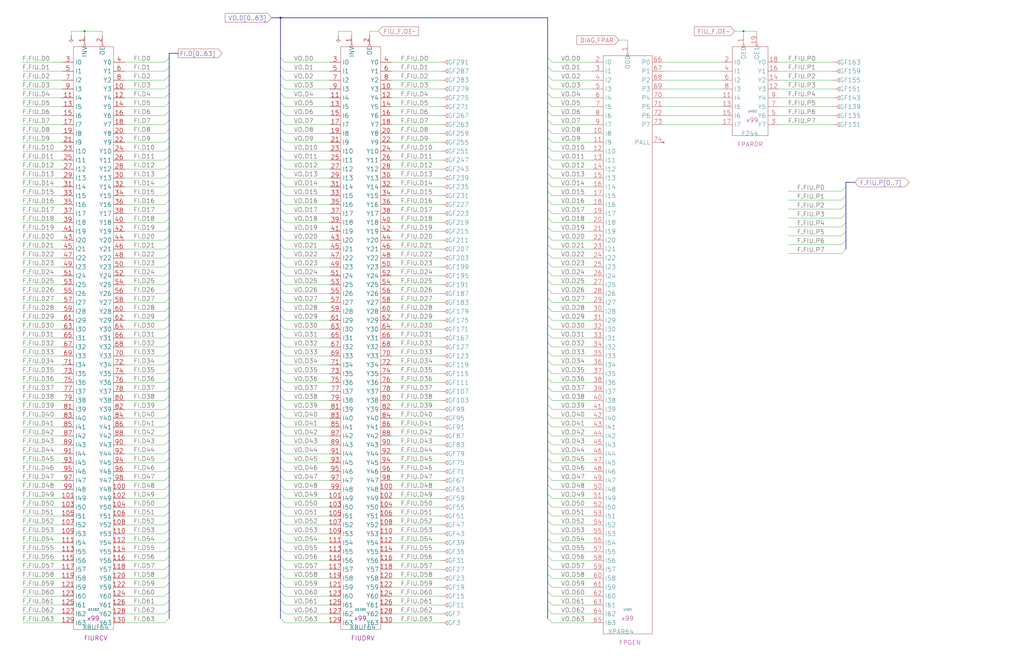
<source format=kicad_sch>
(kicad_sch (version 20230121) (generator eeschema)
  (paper "User" 584.2 378.46)
  (title_block (title "FIU BUS XCVR") (date "20-MAR-90") (rev "1.0") (comment 1 "FIU") (comment 2 "232-003065") (comment 3 "S400") (comment 4 "RELEASED"))
  (junction (at 160.02 10.16))
  (junction (at 48.26 17.78))
  (junction (at 424.18 17.78))
  (no_connect (at 378.46 81.28))
  (bus_entry (at 96.52 337.82) (size -2.54 2.54))
  (bus_entry (at 96.52 266.7) (size -2.54 2.54))
  (bus_entry (at 160.02 342.9) (size 2.54 2.54))
  (bus_entry (at 312.42 83.82) (size 2.54 2.54))
  (bus_entry (at 96.52 93.98) (size -2.54 2.54))
  (bus_entry (at 312.42 43.18) (size 2.54 2.54))
  (bus_entry (at 312.42 200.66) (size 2.54 2.54))
  (bus_entry (at 312.42 63.5) (size 2.54 2.54))
  (bus_entry (at 96.52 165.1) (size -2.54 2.54))
  (bus_entry (at 96.52 205.74) (size -2.54 2.54))
  (bus_entry (at 312.42 104.14) (size 2.54 2.54))
  (bus_entry (at 96.52 322.58) (size -2.54 2.54))
  (bus_entry (at 312.42 281.94) (size 2.54 2.54))
  (bus_entry (at 160.02 236.22) (size 2.54 2.54))
  (bus_entry (at 312.42 38.1) (size 2.54 2.54))
  (bus_entry (at 96.52 175.26) (size -2.54 2.54))
  (bus_entry (at 312.42 297.18) (size 2.54 2.54))
  (bus_entry (at 312.42 342.9) (size 2.54 2.54))
  (bus_entry (at 160.02 287.02) (size 2.54 2.54))
  (bus_entry (at 96.52 256.54) (size -2.54 2.54))
  (bus_entry (at 160.02 302.26) (size 2.54 2.54))
  (bus_entry (at 96.52 180.34) (size -2.54 2.54))
  (bus_entry (at 160.02 139.7) (size 2.54 2.54))
  (bus_entry (at 160.02 246.38) (size 2.54 2.54))
  (bus_entry (at 96.52 33.02) (size -2.54 2.54))
  (bus_entry (at 96.52 347.98) (size -2.54 2.54))
  (bus_entry (at 160.02 231.14) (size 2.54 2.54))
  (bus_entry (at 96.52 195.58) (size -2.54 2.54))
  (bus_entry (at 96.52 78.74) (size -2.54 2.54))
  (bus_entry (at 96.52 190.5) (size -2.54 2.54))
  (bus_entry (at 96.52 114.3) (size -2.54 2.54))
  (bus_entry (at 160.02 241.3) (size 2.54 2.54))
  (bus_entry (at 160.02 165.1) (size 2.54 2.54))
  (bus_entry (at 312.42 271.78) (size 2.54 2.54))
  (bus_entry (at 160.02 124.46) (size 2.54 2.54))
  (bus_entry (at 312.42 292.1) (size 2.54 2.54))
  (bus_entry (at 160.02 332.74) (size 2.54 2.54))
  (bus_entry (at 160.02 327.66) (size 2.54 2.54))
  (bus_entry (at 160.02 63.5) (size 2.54 2.54))
  (bus_entry (at 96.52 104.14) (size -2.54 2.54))
  (bus_entry (at 96.52 297.18) (size -2.54 2.54))
  (bus_entry (at 160.02 337.82) (size 2.54 2.54))
  (bus_entry (at 312.42 185.42) (size 2.54 2.54))
  (bus_entry (at 96.52 109.22) (size -2.54 2.54))
  (bus_entry (at 312.42 251.46) (size 2.54 2.54))
  (bus_entry (at 96.52 53.34) (size -2.54 2.54))
  (bus_entry (at 312.42 307.34) (size 2.54 2.54))
  (bus_entry (at 312.42 114.3) (size 2.54 2.54))
  (bus_entry (at 96.52 119.38) (size -2.54 2.54))
  (bus_entry (at 96.52 302.26) (size -2.54 2.54))
  (bus_entry (at 160.02 83.82) (size 2.54 2.54))
  (bus_entry (at 312.42 154.94) (size 2.54 2.54))
  (bus_entry (at 312.42 144.78) (size 2.54 2.54))
  (bus_entry (at 312.42 93.98) (size 2.54 2.54))
  (bus_entry (at 96.52 220.98) (size -2.54 2.54))
  (bus_entry (at 96.52 246.38) (size -2.54 2.54))
  (bus_entry (at 96.52 144.78) (size -2.54 2.54))
  (bus_entry (at 160.02 215.9) (size 2.54 2.54))
  (bus_entry (at 160.02 180.34) (size 2.54 2.54))
  (bus_entry (at 312.42 139.7) (size 2.54 2.54))
  (bus_entry (at 160.02 43.18) (size 2.54 2.54))
  (bus_entry (at 96.52 261.62) (size -2.54 2.54))
  (bus_entry (at 96.52 271.78) (size -2.54 2.54))
  (bus_entry (at 482.6 116.84) (size -2.54 2.54))
  (bus_entry (at 312.42 180.34) (size 2.54 2.54))
  (bus_entry (at 312.42 119.38) (size 2.54 2.54))
  (bus_entry (at 96.52 281.94) (size -2.54 2.54))
  (bus_entry (at 312.42 215.9) (size 2.54 2.54))
  (bus_entry (at 160.02 195.58) (size 2.54 2.54))
  (bus_entry (at 160.02 129.54) (size 2.54 2.54))
  (bus_entry (at 160.02 281.94) (size 2.54 2.54))
  (bus_entry (at 312.42 195.58) (size 2.54 2.54))
  (bus_entry (at 312.42 73.66) (size 2.54 2.54))
  (bus_entry (at 160.02 48.26) (size 2.54 2.54))
  (bus_entry (at 160.02 33.02) (size 2.54 2.54))
  (bus_entry (at 160.02 271.78) (size 2.54 2.54))
  (bus_entry (at 312.42 210.82) (size 2.54 2.54))
  (bus_entry (at 312.42 287.02) (size 2.54 2.54))
  (bus_entry (at 312.42 190.5) (size 2.54 2.54))
  (bus_entry (at 312.42 256.54) (size 2.54 2.54))
  (bus_entry (at 160.02 109.22) (size 2.54 2.54))
  (bus_entry (at 96.52 231.14) (size -2.54 2.54))
  (bus_entry (at 96.52 170.18) (size -2.54 2.54))
  (bus_entry (at 96.52 307.34) (size -2.54 2.54))
  (bus_entry (at 96.52 342.9) (size -2.54 2.54))
  (bus_entry (at 482.6 111.76) (size -2.54 2.54))
  (bus_entry (at 312.42 165.1) (size 2.54 2.54))
  (bus_entry (at 96.52 353.06) (size -2.54 2.54))
  (bus_entry (at 160.02 200.66) (size 2.54 2.54))
  (bus_entry (at 312.42 33.02) (size 2.54 2.54))
  (bus_entry (at 160.02 134.62) (size 2.54 2.54))
  (bus_entry (at 312.42 68.58) (size 2.54 2.54))
  (bus_entry (at 482.6 121.92) (size -2.54 2.54))
  (bus_entry (at 312.42 109.22) (size 2.54 2.54))
  (bus_entry (at 160.02 104.14) (size 2.54 2.54))
  (bus_entry (at 96.52 63.5) (size -2.54 2.54))
  (bus_entry (at 96.52 83.82) (size -2.54 2.54))
  (bus_entry (at 312.42 302.26) (size 2.54 2.54))
  (bus_entry (at 160.02 53.34) (size 2.54 2.54))
  (bus_entry (at 96.52 134.62) (size -2.54 2.54))
  (bus_entry (at 96.52 73.66) (size -2.54 2.54))
  (bus_entry (at 312.42 99.06) (size 2.54 2.54))
  (bus_entry (at 96.52 200.66) (size -2.54 2.54))
  (bus_entry (at 160.02 317.5) (size 2.54 2.54))
  (bus_entry (at 312.42 134.62) (size 2.54 2.54))
  (bus_entry (at 96.52 251.46) (size -2.54 2.54))
  (bus_entry (at 160.02 312.42) (size 2.54 2.54))
  (bus_entry (at 160.02 73.66) (size 2.54 2.54))
  (bus_entry (at 312.42 226.06) (size 2.54 2.54))
  (bus_entry (at 312.42 312.42) (size 2.54 2.54))
  (bus_entry (at 96.52 48.26) (size -2.54 2.54))
  (bus_entry (at 312.42 88.9) (size 2.54 2.54))
  (bus_entry (at 160.02 99.06) (size 2.54 2.54))
  (bus_entry (at 160.02 266.7) (size 2.54 2.54))
  (bus_entry (at 160.02 276.86) (size 2.54 2.54))
  (bus_entry (at 160.02 190.5) (size 2.54 2.54))
  (bus_entry (at 96.52 236.22) (size -2.54 2.54))
  (bus_entry (at 160.02 353.06) (size 2.54 2.54))
  (bus_entry (at 312.42 175.26) (size 2.54 2.54))
  (bus_entry (at 312.42 48.26) (size 2.54 2.54))
  (bus_entry (at 160.02 114.3) (size 2.54 2.54))
  (bus_entry (at 160.02 144.78) (size 2.54 2.54))
  (bus_entry (at 482.6 132.08) (size -2.54 2.54))
  (bus_entry (at 312.42 129.54) (size 2.54 2.54))
  (bus_entry (at 312.42 246.38) (size 2.54 2.54))
  (bus_entry (at 312.42 160.02) (size 2.54 2.54))
  (bus_entry (at 160.02 256.54) (size 2.54 2.54))
  (bus_entry (at 160.02 78.74) (size 2.54 2.54))
  (bus_entry (at 482.6 137.16) (size -2.54 2.54))
  (bus_entry (at 482.6 127) (size -2.54 2.54))
  (bus_entry (at 312.42 266.7) (size 2.54 2.54))
  (bus_entry (at 312.42 170.18) (size 2.54 2.54))
  (bus_entry (at 160.02 170.18) (size 2.54 2.54))
  (bus_entry (at 312.42 327.66) (size 2.54 2.54))
  (bus_entry (at 160.02 322.58) (size 2.54 2.54))
  (bus_entry (at 312.42 332.74) (size 2.54 2.54))
  (bus_entry (at 312.42 149.86) (size 2.54 2.54))
  (bus_entry (at 160.02 297.18) (size 2.54 2.54))
  (bus_entry (at 312.42 337.82) (size 2.54 2.54))
  (bus_entry (at 312.42 347.98) (size 2.54 2.54))
  (bus_entry (at 96.52 287.02) (size -2.54 2.54))
  (bus_entry (at 96.52 241.3) (size -2.54 2.54))
  (bus_entry (at 160.02 58.42) (size 2.54 2.54))
  (bus_entry (at 96.52 43.18) (size -2.54 2.54))
  (bus_entry (at 160.02 38.1) (size 2.54 2.54))
  (bus_entry (at 96.52 210.82) (size -2.54 2.54))
  (bus_entry (at 312.42 236.22) (size 2.54 2.54))
  (bus_entry (at 96.52 215.9) (size -2.54 2.54))
  (bus_entry (at 160.02 220.98) (size 2.54 2.54))
  (bus_entry (at 160.02 160.02) (size 2.54 2.54))
  (bus_entry (at 312.42 241.3) (size 2.54 2.54))
  (bus_entry (at 312.42 78.74) (size 2.54 2.54))
  (bus_entry (at 160.02 226.06) (size 2.54 2.54))
  (bus_entry (at 160.02 210.82) (size 2.54 2.54))
  (bus_entry (at 312.42 205.74) (size 2.54 2.54))
  (bus_entry (at 96.52 332.74) (size -2.54 2.54))
  (bus_entry (at 96.52 68.58) (size -2.54 2.54))
  (bus_entry (at 160.02 149.86) (size 2.54 2.54))
  (bus_entry (at 312.42 58.42) (size 2.54 2.54))
  (bus_entry (at 160.02 307.34) (size 2.54 2.54))
  (bus_entry (at 312.42 53.34) (size 2.54 2.54))
  (bus_entry (at 96.52 317.5) (size -2.54 2.54))
  (bus_entry (at 312.42 231.14) (size 2.54 2.54))
  (bus_entry (at 96.52 129.54) (size -2.54 2.54))
  (bus_entry (at 96.52 99.06) (size -2.54 2.54))
  (bus_entry (at 160.02 205.74) (size 2.54 2.54))
  (bus_entry (at 160.02 68.58) (size 2.54 2.54))
  (bus_entry (at 96.52 292.1) (size -2.54 2.54))
  (bus_entry (at 312.42 353.06) (size 2.54 2.54))
  (bus_entry (at 160.02 154.94) (size 2.54 2.54))
  (bus_entry (at 96.52 124.46) (size -2.54 2.54))
  (bus_entry (at 96.52 154.94) (size -2.54 2.54))
  (bus_entry (at 160.02 88.9) (size 2.54 2.54))
  (bus_entry (at 160.02 261.62) (size 2.54 2.54))
  (bus_entry (at 96.52 276.86) (size -2.54 2.54))
  (bus_entry (at 96.52 160.02) (size -2.54 2.54))
  (bus_entry (at 160.02 251.46) (size 2.54 2.54))
  (bus_entry (at 160.02 93.98) (size 2.54 2.54))
  (bus_entry (at 312.42 261.62) (size 2.54 2.54))
  (bus_entry (at 312.42 276.86) (size 2.54 2.54))
  (bus_entry (at 96.52 327.66) (size -2.54 2.54))
  (bus_entry (at 160.02 347.98) (size 2.54 2.54))
  (bus_entry (at 96.52 149.86) (size -2.54 2.54))
  (bus_entry (at 96.52 139.7) (size -2.54 2.54))
  (bus_entry (at 482.6 106.68) (size -2.54 2.54))
  (bus_entry (at 312.42 317.5) (size 2.54 2.54))
  (bus_entry (at 312.42 124.46) (size 2.54 2.54))
  (bus_entry (at 312.42 220.98) (size 2.54 2.54))
  (bus_entry (at 96.52 185.42) (size -2.54 2.54))
  (bus_entry (at 160.02 185.42) (size 2.54 2.54))
  (bus_entry (at 160.02 119.38) (size 2.54 2.54))
  (bus_entry (at 160.02 292.1) (size 2.54 2.54))
  (bus_entry (at 96.52 58.42) (size -2.54 2.54))
  (bus_entry (at 96.52 38.1) (size -2.54 2.54))
  (bus_entry (at 96.52 312.42) (size -2.54 2.54))
  (bus_entry (at 96.52 226.06) (size -2.54 2.54))
  (bus_entry (at 160.02 175.26) (size 2.54 2.54))
  (bus_entry (at 482.6 142.24) (size -2.54 2.54))
  (bus_entry (at 96.52 88.9) (size -2.54 2.54))
  (bus_entry (at 312.42 322.58) (size 2.54 2.54))
  (wire (pts (xy 162.56 157.48) (xy 187.96 157.48)))
  (wire (pts (xy 71.12 289.56) (xy 93.98 289.56)))
  (bus (pts (xy 96.52 160.02) (xy 96.52 165.1)))
  (wire (pts (xy 71.12 55.88) (xy 93.98 55.88)))
  (bus (pts (xy 160.02 99.06) (xy 160.02 104.14)))
  (wire (pts (xy 251.46 274.32) (xy 223.52 274.32)))
  (bus (pts (xy 312.42 317.5) (xy 312.42 322.58)))
  (bus (pts (xy 96.52 347.98) (xy 96.52 353.06)))
  (wire (pts (xy 12.7 304.8) (xy 35.56 304.8)))
  (wire (pts (xy 162.56 152.4) (xy 187.96 152.4)))
  (wire (pts (xy 162.56 55.88) (xy 187.96 55.88)))
  (wire (pts (xy 378.46 40.64) (xy 411.48 40.64)))
  (wire (pts (xy 71.12 294.64) (xy 93.98 294.64)))
  (bus (pts (xy 312.42 144.78) (xy 312.42 149.86)))
  (bus (pts (xy 96.52 256.54) (xy 96.52 261.62)))
  (bus (pts (xy 96.52 170.18) (xy 96.52 175.26)))
  (wire (pts (xy 162.56 269.24) (xy 187.96 269.24)))
  (wire (pts (xy 71.12 325.12) (xy 93.98 325.12)))
  (bus (pts (xy 96.52 276.86) (xy 96.52 281.94)))
  (wire (pts (xy 444.5 66.04) (xy 474.98 66.04)))
  (wire (pts (xy 251.46 111.76) (xy 223.52 111.76)))
  (wire (pts (xy 162.56 243.84) (xy 187.96 243.84)))
  (wire (pts (xy 162.56 218.44) (xy 187.96 218.44)))
  (bus (pts (xy 96.52 63.5) (xy 96.52 68.58)))
  (wire (pts (xy 71.12 228.6) (xy 93.98 228.6)))
  (bus (pts (xy 312.42 119.38) (xy 312.42 124.46)))
  (wire (pts (xy 251.46 106.68) (xy 223.52 106.68)))
  (wire (pts (xy 449.58 129.54) (xy 480.06 129.54)))
  (bus (pts (xy 96.52 337.82) (xy 96.52 342.9)))
  (bus (pts (xy 312.42 292.1) (xy 312.42 297.18)))
  (wire (pts (xy 314.96 157.48) (xy 337.82 157.48)))
  (bus (pts (xy 96.52 215.9) (xy 96.52 220.98)))
  (wire (pts (xy 314.96 111.76) (xy 337.82 111.76)))
  (bus (pts (xy 160.02 220.98) (xy 160.02 226.06)))
  (wire (pts (xy 431.8 20.32) (xy 431.8 17.78)))
  (bus (pts (xy 312.42 38.1) (xy 312.42 43.18)))
  (wire (pts (xy 12.7 355.6) (xy 35.56 355.6)))
  (wire (pts (xy 314.96 81.28) (xy 337.82 81.28)))
  (bus (pts (xy 96.52 327.66) (xy 96.52 332.74)))
  (bus (pts (xy 312.42 312.42) (xy 312.42 317.5)))
  (bus (pts (xy 312.42 266.7) (xy 312.42 271.78)))
  (wire (pts (xy 162.56 127) (xy 187.96 127)))
  (wire (pts (xy 314.96 96.52) (xy 337.82 96.52)))
  (bus (pts (xy 312.42 261.62) (xy 312.42 266.7)))
  (bus (pts (xy 96.52 185.42) (xy 96.52 190.5)))
  (bus (pts (xy 96.52 43.18) (xy 96.52 48.26)))
  (bus (pts (xy 160.02 38.1) (xy 160.02 43.18)))
  (wire (pts (xy 12.7 147.32) (xy 35.56 147.32)))
  (wire (pts (xy 251.46 66.04) (xy 223.52 66.04)))
  (bus (pts (xy 160.02 165.1) (xy 160.02 170.18)))
  (wire (pts (xy 12.7 96.52) (xy 35.56 96.52)))
  (wire (pts (xy 314.96 203.2) (xy 337.82 203.2)))
  (bus (pts (xy 96.52 312.42) (xy 96.52 317.5)))
  (wire (pts (xy 12.7 45.72) (xy 35.56 45.72)))
  (wire (pts (xy 71.12 238.76) (xy 93.98 238.76)))
  (wire (pts (xy 162.56 66.04) (xy 187.96 66.04)))
  (bus (pts (xy 96.52 241.3) (xy 96.52 246.38)))
  (wire (pts (xy 251.46 76.2) (xy 223.52 76.2)))
  (bus (pts (xy 482.6 111.76) (xy 482.6 116.84)))
  (wire (pts (xy 71.12 147.32) (xy 93.98 147.32)))
  (wire (pts (xy 71.12 259.08) (xy 93.98 259.08)))
  (bus (pts (xy 312.42 281.94) (xy 312.42 287.02)))
  (bus (pts (xy 160.02 342.9) (xy 160.02 347.98)))
  (wire (pts (xy 12.7 193.04) (xy 35.56 193.04)))
  (wire (pts (xy 251.46 132.08) (xy 223.52 132.08)))
  (wire (pts (xy 12.7 294.64) (xy 35.56 294.64)))
  (bus (pts (xy 160.02 190.5) (xy 160.02 195.58)))
  (wire (pts (xy 251.46 81.28) (xy 223.52 81.28)))
  (bus (pts (xy 312.42 347.98) (xy 312.42 353.06)))
  (wire (pts (xy 162.56 208.28) (xy 187.96 208.28)))
  (wire (pts (xy 314.96 335.28) (xy 337.82 335.28)))
  (wire (pts (xy 71.12 111.76) (xy 93.98 111.76)))
  (bus (pts (xy 160.02 48.26) (xy 160.02 53.34)))
  (wire (pts (xy 71.12 248.92) (xy 93.98 248.92)))
  (wire (pts (xy 251.46 218.44) (xy 223.52 218.44)))
  (wire (pts (xy 314.96 304.8) (xy 337.82 304.8)))
  (wire (pts (xy 251.46 314.96) (xy 223.52 314.96)))
  (wire (pts (xy 314.96 35.56) (xy 337.82 35.56)))
  (bus (pts (xy 96.52 114.3) (xy 96.52 119.38)))
  (wire (pts (xy 162.56 193.04) (xy 187.96 193.04)))
  (wire (pts (xy 71.12 40.64) (xy 93.98 40.64)))
  (wire (pts (xy 162.56 142.24) (xy 187.96 142.24)))
  (wire (pts (xy 71.12 142.24) (xy 93.98 142.24)))
  (wire (pts (xy 314.96 142.24) (xy 337.82 142.24)))
  (bus (pts (xy 312.42 10.16) (xy 312.42 33.02)))
  (bus (pts (xy 96.52 231.14) (xy 96.52 236.22)))
  (bus (pts (xy 96.52 307.34) (xy 96.52 312.42)))
  (wire (pts (xy 71.12 340.36) (xy 93.98 340.36)))
  (wire (pts (xy 12.7 71.12) (xy 35.56 71.12)))
  (wire (pts (xy 251.46 40.64) (xy 223.52 40.64)))
  (bus (pts (xy 312.42 124.46) (xy 312.42 129.54)))
  (bus (pts (xy 96.52 93.98) (xy 96.52 99.06)))
  (wire (pts (xy 193.04 20.32) (xy 193.04 17.78)))
  (wire (pts (xy 12.7 86.36) (xy 35.56 86.36)))
  (bus (pts (xy 312.42 185.42) (xy 312.42 190.5)))
  (wire (pts (xy 71.12 132.08) (xy 93.98 132.08)))
  (wire (pts (xy 162.56 314.96) (xy 187.96 314.96)))
  (wire (pts (xy 162.56 248.92) (xy 187.96 248.92)))
  (wire (pts (xy 71.12 320.04) (xy 93.98 320.04)))
  (wire (pts (xy 314.96 198.12) (xy 337.82 198.12)))
  (wire (pts (xy 71.12 213.36) (xy 93.98 213.36)))
  (wire (pts (xy 12.7 35.56) (xy 35.56 35.56)))
  (bus (pts (xy 312.42 170.18) (xy 312.42 175.26)))
  (wire (pts (xy 378.46 35.56) (xy 411.48 35.56)))
  (wire (pts (xy 431.8 17.78) (xy 424.18 17.78)))
  (bus (pts (xy 160.02 266.7) (xy 160.02 271.78)))
  (bus (pts (xy 482.6 132.08) (xy 482.6 137.16)))
  (bus (pts (xy 160.02 10.16) (xy 160.02 33.02)))
  (wire (pts (xy 251.46 350.52) (xy 223.52 350.52)))
  (wire (pts (xy 71.12 274.32) (xy 93.98 274.32)))
  (wire (pts (xy 71.12 152.4) (xy 93.98 152.4)))
  (bus (pts (xy 312.42 215.9) (xy 312.42 220.98)))
  (wire (pts (xy 314.96 314.96) (xy 337.82 314.96)))
  (bus (pts (xy 160.02 129.54) (xy 160.02 134.62)))
  (bus (pts (xy 160.02 317.5) (xy 160.02 322.58)))
  (wire (pts (xy 314.96 289.56) (xy 337.82 289.56)))
  (wire (pts (xy 251.46 304.8) (xy 223.52 304.8)))
  (bus (pts (xy 482.6 106.68) (xy 482.6 111.76)))
  (wire (pts (xy 12.7 340.36) (xy 35.56 340.36)))
  (wire (pts (xy 251.46 116.84) (xy 223.52 116.84)))
  (wire (pts (xy 314.96 294.64) (xy 337.82 294.64)))
  (bus (pts (xy 96.52 68.58) (xy 96.52 73.66)))
  (wire (pts (xy 12.7 177.8) (xy 35.56 177.8)))
  (bus (pts (xy 160.02 312.42) (xy 160.02 317.5)))
  (wire (pts (xy 251.46 121.92) (xy 223.52 121.92)))
  (wire (pts (xy 71.12 345.44) (xy 93.98 345.44)))
  (wire (pts (xy 251.46 238.76) (xy 223.52 238.76)))
  (bus (pts (xy 160.02 53.34) (xy 160.02 58.42)))
  (wire (pts (xy 444.5 60.96) (xy 474.98 60.96)))
  (wire (pts (xy 162.56 40.64) (xy 187.96 40.64)))
  (bus (pts (xy 96.52 124.46) (xy 96.52 129.54)))
  (bus (pts (xy 312.42 200.66) (xy 312.42 205.74)))
  (bus (pts (xy 96.52 129.54) (xy 96.52 134.62)))
  (wire (pts (xy 251.46 208.28) (xy 223.52 208.28)))
  (wire (pts (xy 251.46 279.4) (xy 223.52 279.4)))
  (wire (pts (xy 378.46 60.96) (xy 411.48 60.96)))
  (wire (pts (xy 314.96 137.16) (xy 337.82 137.16)))
  (bus (pts (xy 96.52 73.66) (xy 96.52 78.74)))
  (wire (pts (xy 12.7 50.8) (xy 35.56 50.8)))
  (bus (pts (xy 312.42 63.5) (xy 312.42 68.58)))
  (wire (pts (xy 449.58 109.22) (xy 480.06 109.22)))
  (bus (pts (xy 312.42 53.34) (xy 312.42 58.42)))
  (bus (pts (xy 160.02 124.46) (xy 160.02 129.54)))
  (wire (pts (xy 162.56 121.92) (xy 187.96 121.92)))
  (wire (pts (xy 71.12 106.68) (xy 93.98 106.68)))
  (wire (pts (xy 314.96 309.88) (xy 337.82 309.88)))
  (bus (pts (xy 160.02 347.98) (xy 160.02 353.06)))
  (wire (pts (xy 314.96 106.68) (xy 337.82 106.68)))
  (wire (pts (xy 12.7 238.76) (xy 35.56 238.76)))
  (wire (pts (xy 71.12 304.8) (xy 93.98 304.8)))
  (wire (pts (xy 71.12 203.2) (xy 93.98 203.2)))
  (bus (pts (xy 96.52 175.26) (xy 96.52 180.34)))
  (wire (pts (xy 162.56 177.8) (xy 187.96 177.8)))
  (wire (pts (xy 71.12 218.44) (xy 93.98 218.44)))
  (wire (pts (xy 12.7 208.28) (xy 35.56 208.28)))
  (bus (pts (xy 96.52 297.18) (xy 96.52 302.26)))
  (wire (pts (xy 251.46 228.6) (xy 223.52 228.6)))
  (bus (pts (xy 312.42 104.14) (xy 312.42 109.22)))
  (wire (pts (xy 12.7 106.68) (xy 35.56 106.68)))
  (wire (pts (xy 251.46 137.16) (xy 223.52 137.16)))
  (wire (pts (xy 251.46 71.12) (xy 223.52 71.12)))
  (wire (pts (xy 378.46 50.8) (xy 411.48 50.8)))
  (wire (pts (xy 12.7 132.08) (xy 35.56 132.08)))
  (wire (pts (xy 71.12 76.2) (xy 93.98 76.2)))
  (bus (pts (xy 482.6 116.84) (xy 482.6 121.92)))
  (wire (pts (xy 251.46 254) (xy 223.52 254)))
  (bus (pts (xy 160.02 322.58) (xy 160.02 327.66)))
  (wire (pts (xy 251.46 60.96) (xy 223.52 60.96)))
  (wire (pts (xy 314.96 259.08) (xy 337.82 259.08)))
  (wire (pts (xy 449.58 134.62) (xy 480.06 134.62)))
  (wire (pts (xy 162.56 137.16) (xy 187.96 137.16)))
  (wire (pts (xy 162.56 198.12) (xy 187.96 198.12)))
  (wire (pts (xy 314.96 182.88) (xy 337.82 182.88)))
  (wire (pts (xy 12.7 274.32) (xy 35.56 274.32)))
  (wire (pts (xy 48.26 17.78) (xy 48.26 20.32)))
  (bus (pts (xy 312.42 256.54) (xy 312.42 261.62)))
  (wire (pts (xy 314.96 60.96) (xy 337.82 60.96)))
  (bus (pts (xy 482.6 104.14) (xy 482.6 106.68)))
  (bus (pts (xy 312.42 322.58) (xy 312.42 327.66)))
  (wire (pts (xy 251.46 294.64) (xy 223.52 294.64)))
  (bus (pts (xy 312.42 109.22) (xy 312.42 114.3)))
  (wire (pts (xy 424.18 17.78) (xy 424.18 20.32)))
  (wire (pts (xy 12.7 254) (xy 35.56 254)))
  (wire (pts (xy 12.7 167.64) (xy 35.56 167.64)))
  (bus (pts (xy 96.52 48.26) (xy 96.52 53.34)))
  (wire (pts (xy 71.12 137.16) (xy 93.98 137.16)))
  (wire (pts (xy 12.7 127) (xy 35.56 127)))
  (wire (pts (xy 12.7 309.88) (xy 35.56 309.88)))
  (wire (pts (xy 314.96 152.4) (xy 337.82 152.4)))
  (bus (pts (xy 160.02 195.58) (xy 160.02 200.66)))
  (bus (pts (xy 312.42 154.94) (xy 312.42 160.02)))
  (wire (pts (xy 162.56 274.32) (xy 187.96 274.32)))
  (bus (pts (xy 160.02 246.38) (xy 160.02 251.46)))
  (wire (pts (xy 314.96 45.72) (xy 337.82 45.72)))
  (bus (pts (xy 312.42 231.14) (xy 312.42 236.22)))
  (wire (pts (xy 71.12 284.48) (xy 93.98 284.48)))
  (bus (pts (xy 482.6 121.92) (xy 482.6 127)))
  (wire (pts (xy 314.96 162.56) (xy 337.82 162.56)))
  (wire (pts (xy 12.7 152.4) (xy 35.56 152.4)))
  (wire (pts (xy 378.46 45.72) (xy 411.48 45.72)))
  (bus (pts (xy 96.52 236.22) (xy 96.52 241.3)))
  (wire (pts (xy 162.56 147.32) (xy 187.96 147.32)))
  (wire (pts (xy 71.12 279.4) (xy 93.98 279.4)))
  (wire (pts (xy 251.46 330.2) (xy 223.52 330.2)))
  (bus (pts (xy 312.42 236.22) (xy 312.42 241.3)))
  (wire (pts (xy 162.56 167.64) (xy 187.96 167.64)))
  (bus (pts (xy 160.02 215.9) (xy 160.02 220.98)))
  (wire (pts (xy 251.46 243.84) (xy 223.52 243.84)))
  (wire (pts (xy 12.7 55.88) (xy 35.56 55.88)))
  (wire (pts (xy 162.56 116.84) (xy 187.96 116.84)))
  (bus (pts (xy 312.42 342.9) (xy 312.42 347.98)))
  (bus (pts (xy 312.42 337.82) (xy 312.42 342.9)))
  (wire (pts (xy 12.7 248.92) (xy 35.56 248.92)))
  (bus (pts (xy 312.42 302.26) (xy 312.42 307.34)))
  (bus (pts (xy 160.02 327.66) (xy 160.02 332.74)))
  (bus (pts (xy 160.02 276.86) (xy 160.02 281.94)))
  (bus (pts (xy 160.02 205.74) (xy 160.02 210.82)))
  (bus (pts (xy 160.02 73.66) (xy 160.02 78.74)))
  (wire (pts (xy 449.58 144.78) (xy 480.06 144.78)))
  (bus (pts (xy 96.52 33.02) (xy 96.52 38.1)))
  (wire (pts (xy 251.46 86.36) (xy 223.52 86.36)))
  (wire (pts (xy 40.64 20.32) (xy 40.64 17.78)))
  (wire (pts (xy 71.12 121.92) (xy 93.98 121.92)))
  (wire (pts (xy 251.46 127) (xy 223.52 127)))
  (wire (pts (xy 162.56 106.68) (xy 187.96 106.68)))
  (bus (pts (xy 312.42 180.34) (xy 312.42 185.42)))
  (wire (pts (xy 71.12 193.04) (xy 93.98 193.04)))
  (wire (pts (xy 12.7 91.44) (xy 35.56 91.44)))
  (bus (pts (xy 312.42 165.1) (xy 312.42 170.18)))
  (wire (pts (xy 162.56 96.52) (xy 187.96 96.52)))
  (bus (pts (xy 96.52 332.74) (xy 96.52 337.82)))
  (wire (pts (xy 162.56 187.96) (xy 187.96 187.96)))
  (wire (pts (xy 162.56 254) (xy 187.96 254)))
  (bus (pts (xy 96.52 109.22) (xy 96.52 114.3)))
  (bus (pts (xy 312.42 160.02) (xy 312.42 165.1)))
  (bus (pts (xy 96.52 220.98) (xy 96.52 226.06)))
  (bus (pts (xy 312.42 33.02) (xy 312.42 38.1)))
  (bus (pts (xy 96.52 83.82) (xy 96.52 88.9)))
  (bus (pts (xy 160.02 114.3) (xy 160.02 119.38)))
  (wire (pts (xy 12.7 187.96) (xy 35.56 187.96)))
  (bus (pts (xy 96.52 149.86) (xy 96.52 154.94)))
  (bus (pts (xy 312.42 99.06) (xy 312.42 104.14)))
  (bus (pts (xy 160.02 154.94) (xy 160.02 160.02)))
  (bus (pts (xy 160.02 160.02) (xy 160.02 165.1)))
  (wire (pts (xy 71.12 101.6) (xy 93.98 101.6)))
  (wire (pts (xy 162.56 340.36) (xy 187.96 340.36)))
  (wire (pts (xy 58.42 17.78) (xy 58.42 20.32)))
  (bus (pts (xy 160.02 256.54) (xy 160.02 261.62)))
  (wire (pts (xy 12.7 259.08) (xy 35.56 259.08)))
  (bus (pts (xy 96.52 119.38) (xy 96.52 124.46)))
  (bus (pts (xy 312.42 114.3) (xy 312.42 119.38)))
  (wire (pts (xy 162.56 325.12) (xy 187.96 325.12)))
  (wire (pts (xy 251.46 167.64) (xy 223.52 167.64)))
  (bus (pts (xy 96.52 78.74) (xy 96.52 83.82)))
  (bus (pts (xy 160.02 109.22) (xy 160.02 114.3)))
  (bus (pts (xy 312.42 241.3) (xy 312.42 246.38)))
  (bus (pts (xy 312.42 48.26) (xy 312.42 53.34)))
  (bus (pts (xy 312.42 246.38) (xy 312.42 251.46)))
  (bus (pts (xy 312.42 205.74) (xy 312.42 210.82)))
  (bus (pts (xy 96.52 200.66) (xy 96.52 205.74)))
  (wire (pts (xy 71.12 187.96) (xy 93.98 187.96)))
  (wire (pts (xy 251.46 198.12) (xy 223.52 198.12)))
  (wire (pts (xy 251.46 325.12) (xy 223.52 325.12)))
  (bus (pts (xy 312.42 226.06) (xy 312.42 231.14)))
  (wire (pts (xy 71.12 350.52) (xy 93.98 350.52)))
  (bus (pts (xy 482.6 137.16) (xy 482.6 142.24)))
  (bus (pts (xy 96.52 292.1) (xy 96.52 297.18)))
  (wire (pts (xy 251.46 182.88) (xy 223.52 182.88)))
  (wire (pts (xy 314.96 66.04) (xy 337.82 66.04)))
  (wire (pts (xy 71.12 116.84) (xy 93.98 116.84)))
  (wire (pts (xy 444.5 71.12) (xy 474.98 71.12)))
  (wire (pts (xy 12.7 198.12) (xy 35.56 198.12)))
  (wire (pts (xy 71.12 254) (xy 93.98 254)))
  (wire (pts (xy 314.96 76.2) (xy 337.82 76.2)))
  (wire (pts (xy 12.7 116.84) (xy 35.56 116.84)))
  (wire (pts (xy 314.96 325.12) (xy 337.82 325.12)))
  (bus (pts (xy 160.02 292.1) (xy 160.02 297.18)))
  (bus (pts (xy 160.02 241.3) (xy 160.02 246.38)))
  (bus (pts (xy 160.02 307.34) (xy 160.02 312.42)))
  (wire (pts (xy 12.7 279.4) (xy 35.56 279.4)))
  (bus (pts (xy 160.02 261.62) (xy 160.02 266.7)))
  (wire (pts (xy 193.04 17.78) (xy 200.66 17.78)))
  (bus (pts (xy 160.02 149.86) (xy 160.02 154.94)))
  (wire (pts (xy 71.12 50.8) (xy 93.98 50.8)))
  (bus (pts (xy 312.42 149.86) (xy 312.42 154.94)))
  (bus (pts (xy 160.02 83.82) (xy 160.02 88.9)))
  (wire (pts (xy 12.7 60.96) (xy 35.56 60.96)))
  (bus (pts (xy 96.52 246.38) (xy 96.52 251.46)))
  (bus (pts (xy 154.94 10.16) (xy 160.02 10.16)))
  (wire (pts (xy 353.06 22.86) (xy 358.14 22.86)))
  (wire (pts (xy 314.96 299.72) (xy 337.82 299.72)))
  (wire (pts (xy 251.46 345.44) (xy 223.52 345.44)))
  (bus (pts (xy 96.52 134.62) (xy 96.52 139.7)))
  (wire (pts (xy 12.7 269.24) (xy 35.56 269.24)))
  (wire (pts (xy 12.7 101.6) (xy 35.56 101.6)))
  (wire (pts (xy 71.12 167.64) (xy 93.98 167.64)))
  (bus (pts (xy 96.52 165.1) (xy 96.52 170.18)))
  (wire (pts (xy 314.96 193.04) (xy 337.82 193.04)))
  (wire (pts (xy 314.96 167.64) (xy 337.82 167.64)))
  (wire (pts (xy 12.7 157.48) (xy 35.56 157.48)))
  (bus (pts (xy 96.52 205.74) (xy 96.52 210.82)))
  (wire (pts (xy 251.46 193.04) (xy 223.52 193.04)))
  (bus (pts (xy 101.6 30.48) (xy 96.52 30.48)))
  (bus (pts (xy 312.42 175.26) (xy 312.42 180.34)))
  (wire (pts (xy 314.96 40.64) (xy 337.82 40.64)))
  (wire (pts (xy 12.7 233.68) (xy 35.56 233.68)))
  (bus (pts (xy 96.52 190.5) (xy 96.52 195.58)))
  (wire (pts (xy 12.7 350.52) (xy 35.56 350.52)))
  (wire (pts (xy 162.56 35.56) (xy 187.96 35.56)))
  (wire (pts (xy 40.64 17.78) (xy 48.26 17.78)))
  (wire (pts (xy 444.5 55.88) (xy 474.98 55.88)))
  (wire (pts (xy 251.46 213.36) (xy 223.52 213.36)))
  (wire (pts (xy 71.12 81.28) (xy 93.98 81.28)))
  (bus (pts (xy 96.52 302.26) (xy 96.52 307.34)))
  (wire (pts (xy 162.56 50.8) (xy 187.96 50.8)))
  (bus (pts (xy 312.42 195.58) (xy 312.42 200.66)))
  (wire (pts (xy 48.26 17.78) (xy 58.42 17.78)))
  (bus (pts (xy 487.68 104.14) (xy 482.6 104.14)))
  (wire (pts (xy 12.7 299.72) (xy 35.56 299.72)))
  (bus (pts (xy 96.52 154.94) (xy 96.52 160.02)))
  (wire (pts (xy 314.96 50.8) (xy 337.82 50.8)))
  (wire (pts (xy 449.58 139.7) (xy 480.06 139.7)))
  (wire (pts (xy 162.56 162.56) (xy 187.96 162.56)))
  (bus (pts (xy 160.02 170.18) (xy 160.02 175.26)))
  (wire (pts (xy 314.96 208.28) (xy 337.82 208.28)))
  (wire (pts (xy 314.96 264.16) (xy 337.82 264.16)))
  (bus (pts (xy 96.52 180.34) (xy 96.52 185.42)))
  (wire (pts (xy 162.56 101.6) (xy 187.96 101.6)))
  (wire (pts (xy 162.56 279.4) (xy 187.96 279.4)))
  (bus (pts (xy 160.02 302.26) (xy 160.02 307.34)))
  (bus (pts (xy 160.02 185.42) (xy 160.02 190.5)))
  (wire (pts (xy 162.56 304.8) (xy 187.96 304.8)))
  (wire (pts (xy 162.56 228.6) (xy 187.96 228.6)))
  (wire (pts (xy 71.12 223.52) (xy 93.98 223.52)))
  (bus (pts (xy 96.52 226.06) (xy 96.52 231.14)))
  (wire (pts (xy 251.46 96.52) (xy 223.52 96.52)))
  (wire (pts (xy 12.7 172.72) (xy 35.56 172.72)))
  (bus (pts (xy 160.02 93.98) (xy 160.02 99.06)))
  (wire (pts (xy 12.7 137.16) (xy 35.56 137.16)))
  (wire (pts (xy 162.56 213.36) (xy 187.96 213.36)))
  (wire (pts (xy 162.56 264.16) (xy 187.96 264.16)))
  (bus (pts (xy 160.02 78.74) (xy 160.02 83.82)))
  (bus (pts (xy 312.42 43.18) (xy 312.42 48.26)))
  (wire (pts (xy 71.12 264.16) (xy 93.98 264.16)))
  (bus (pts (xy 160.02 58.42) (xy 160.02 63.5)))
  (wire (pts (xy 162.56 345.44) (xy 187.96 345.44)))
  (wire (pts (xy 251.46 91.44) (xy 223.52 91.44)))
  (bus (pts (xy 96.52 139.7) (xy 96.52 144.78)))
  (wire (pts (xy 162.56 238.76) (xy 187.96 238.76)))
  (bus (pts (xy 96.52 99.06) (xy 96.52 104.14)))
  (wire (pts (xy 162.56 330.2) (xy 187.96 330.2)))
  (wire (pts (xy 251.46 203.2) (xy 223.52 203.2)))
  (wire (pts (xy 162.56 284.48) (xy 187.96 284.48)))
  (bus (pts (xy 312.42 210.82) (xy 312.42 215.9)))
  (wire (pts (xy 71.12 314.96) (xy 93.98 314.96)))
  (bus (pts (xy 160.02 119.38) (xy 160.02 124.46)))
  (wire (pts (xy 12.7 40.64) (xy 35.56 40.64)))
  (wire (pts (xy 251.46 162.56) (xy 223.52 162.56)))
  (wire (pts (xy 71.12 243.84) (xy 93.98 243.84)))
  (bus (pts (xy 160.02 200.66) (xy 160.02 205.74)))
  (bus (pts (xy 312.42 68.58) (xy 312.42 73.66)))
  (wire (pts (xy 314.96 172.72) (xy 337.82 172.72)))
  (bus (pts (xy 96.52 210.82) (xy 96.52 215.9)))
  (wire (pts (xy 251.46 340.36) (xy 223.52 340.36)))
  (wire (pts (xy 251.46 101.6) (xy 223.52 101.6)))
  (wire (pts (xy 251.46 177.8) (xy 223.52 177.8)))
  (wire (pts (xy 444.5 45.72) (xy 474.98 45.72)))
  (wire (pts (xy 314.96 213.36) (xy 337.82 213.36)))
  (wire (pts (xy 71.12 35.56) (xy 93.98 35.56)))
  (wire (pts (xy 251.46 320.04) (xy 223.52 320.04)))
  (wire (pts (xy 162.56 91.44) (xy 187.96 91.44)))
  (wire (pts (xy 12.7 81.28) (xy 35.56 81.28)))
  (wire (pts (xy 314.96 228.6) (xy 337.82 228.6)))
  (wire (pts (xy 314.96 55.88) (xy 337.82 55.88)))
  (wire (pts (xy 12.7 218.44) (xy 35.56 218.44)))
  (wire (pts (xy 251.46 269.24) (xy 223.52 269.24)))
  (bus (pts (xy 482.6 127) (xy 482.6 132.08)))
  (wire (pts (xy 251.46 335.28) (xy 223.52 335.28)))
  (bus (pts (xy 96.52 104.14) (xy 96.52 109.22)))
  (wire (pts (xy 314.96 187.96) (xy 337.82 187.96)))
  (wire (pts (xy 378.46 71.12) (xy 411.48 71.12)))
  (wire (pts (xy 162.56 182.88) (xy 187.96 182.88)))
  (wire (pts (xy 12.7 76.2) (xy 35.56 76.2)))
  (bus (pts (xy 312.42 88.9) (xy 312.42 93.98)))
  (wire (pts (xy 71.12 172.72) (xy 93.98 172.72)))
  (bus (pts (xy 160.02 236.22) (xy 160.02 241.3)))
  (wire (pts (xy 162.56 223.52) (xy 187.96 223.52)))
  (wire (pts (xy 314.96 233.68) (xy 337.82 233.68)))
  (wire (pts (xy 12.7 325.12) (xy 35.56 325.12)))
  (wire (pts (xy 71.12 162.56) (xy 93.98 162.56)))
  (wire (pts (xy 162.56 172.72) (xy 187.96 172.72)))
  (wire (pts (xy 12.7 223.52) (xy 35.56 223.52)))
  (bus (pts (xy 96.52 88.9) (xy 96.52 93.98)))
  (wire (pts (xy 71.12 96.52) (xy 93.98 96.52)))
  (wire (pts (xy 12.7 203.2) (xy 35.56 203.2)))
  (bus (pts (xy 96.52 144.78) (xy 96.52 149.86)))
  (bus (pts (xy 96.52 281.94) (xy 96.52 287.02)))
  (wire (pts (xy 358.14 22.86) (xy 358.14 25.4)))
  (bus (pts (xy 312.42 190.5) (xy 312.42 195.58)))
  (bus (pts (xy 312.42 297.18) (xy 312.42 302.26)))
  (wire (pts (xy 251.46 147.32) (xy 223.52 147.32)))
  (bus (pts (xy 96.52 38.1) (xy 96.52 43.18)))
  (bus (pts (xy 96.52 342.9) (xy 96.52 347.98)))
  (wire (pts (xy 162.56 289.56) (xy 187.96 289.56)))
  (wire (pts (xy 449.58 124.46) (xy 480.06 124.46)))
  (wire (pts (xy 314.96 254) (xy 337.82 254)))
  (wire (pts (xy 314.96 248.92) (xy 337.82 248.92)))
  (bus (pts (xy 312.42 83.82) (xy 312.42 88.9)))
  (wire (pts (xy 251.46 35.56) (xy 223.52 35.56)))
  (wire (pts (xy 71.12 330.2) (xy 93.98 330.2)))
  (wire (pts (xy 378.46 66.04) (xy 411.48 66.04)))
  (wire (pts (xy 251.46 142.24) (xy 223.52 142.24)))
  (wire (pts (xy 162.56 203.2) (xy 187.96 203.2)))
  (bus (pts (xy 312.42 287.02) (xy 312.42 292.1)))
  (wire (pts (xy 162.56 233.68) (xy 187.96 233.68)))
  (wire (pts (xy 314.96 86.36) (xy 337.82 86.36)))
  (wire (pts (xy 314.96 121.92) (xy 337.82 121.92)))
  (wire (pts (xy 71.12 233.68) (xy 93.98 233.68)))
  (wire (pts (xy 12.7 314.96) (xy 35.56 314.96)))
  (wire (pts (xy 444.5 40.64) (xy 474.98 40.64)))
  (wire (pts (xy 251.46 233.68) (xy 223.52 233.68)))
  (bus (pts (xy 312.42 276.86) (xy 312.42 281.94)))
  (bus (pts (xy 96.52 251.46) (xy 96.52 256.54)))
  (wire (pts (xy 251.46 55.88) (xy 223.52 55.88)))
  (wire (pts (xy 12.7 289.56) (xy 35.56 289.56)))
  (wire (pts (xy 251.46 299.72) (xy 223.52 299.72)))
  (wire (pts (xy 314.96 238.76) (xy 337.82 238.76)))
  (wire (pts (xy 12.7 264.16) (xy 35.56 264.16)))
  (wire (pts (xy 314.96 223.52) (xy 337.82 223.52)))
  (wire (pts (xy 251.46 50.8) (xy 223.52 50.8)))
  (wire (pts (xy 251.46 187.96) (xy 223.52 187.96)))
  (bus (pts (xy 160.02 134.62) (xy 160.02 139.7)))
  (wire (pts (xy 12.7 213.36) (xy 35.56 213.36)))
  (wire (pts (xy 12.7 111.76) (xy 35.56 111.76)))
  (wire (pts (xy 251.46 284.48) (xy 223.52 284.48)))
  (wire (pts (xy 251.46 172.72) (xy 223.52 172.72)))
  (bus (pts (xy 96.52 317.5) (xy 96.52 322.58)))
  (bus (pts (xy 96.52 53.34) (xy 96.52 58.42)))
  (bus (pts (xy 96.52 30.48) (xy 96.52 33.02)))
  (bus (pts (xy 160.02 297.18) (xy 160.02 302.26)))
  (wire (pts (xy 71.12 335.28) (xy 93.98 335.28)))
  (wire (pts (xy 449.58 119.38) (xy 480.06 119.38)))
  (wire (pts (xy 162.56 259.08) (xy 187.96 259.08)))
  (bus (pts (xy 160.02 144.78) (xy 160.02 149.86)))
  (bus (pts (xy 160.02 63.5) (xy 160.02 68.58)))
  (bus (pts (xy 160.02 210.82) (xy 160.02 215.9)))
  (wire (pts (xy 12.7 320.04) (xy 35.56 320.04)))
  (wire (pts (xy 314.96 345.44) (xy 337.82 345.44)))
  (wire (pts (xy 424.18 17.78) (xy 419.1 17.78)))
  (wire (pts (xy 314.96 355.6) (xy 337.82 355.6)))
  (wire (pts (xy 12.7 66.04) (xy 35.56 66.04)))
  (bus (pts (xy 96.52 271.78) (xy 96.52 276.86)))
  (bus (pts (xy 312.42 307.34) (xy 312.42 312.42)))
  (wire (pts (xy 251.46 248.92) (xy 223.52 248.92)))
  (wire (pts (xy 12.7 330.2) (xy 35.56 330.2)))
  (wire (pts (xy 162.56 86.36) (xy 187.96 86.36)))
  (wire (pts (xy 12.7 162.56) (xy 35.56 162.56)))
  (bus (pts (xy 312.42 271.78) (xy 312.42 276.86)))
  (wire (pts (xy 12.7 121.92) (xy 35.56 121.92)))
  (wire (pts (xy 314.96 177.8) (xy 337.82 177.8)))
  (wire (pts (xy 162.56 111.76) (xy 187.96 111.76)))
  (wire (pts (xy 12.7 182.88) (xy 35.56 182.88)))
  (bus (pts (xy 160.02 332.74) (xy 160.02 337.82)))
  (bus (pts (xy 96.52 195.58) (xy 96.52 200.66)))
  (wire (pts (xy 71.12 45.72) (xy 93.98 45.72)))
  (bus (pts (xy 160.02 139.7) (xy 160.02 144.78)))
  (bus (pts (xy 160.02 251.46) (xy 160.02 256.54)))
  (bus (pts (xy 160.02 88.9) (xy 160.02 93.98)))
  (wire (pts (xy 314.96 147.32) (xy 337.82 147.32)))
  (bus (pts (xy 312.42 73.66) (xy 312.42 78.74)))
  (wire (pts (xy 162.56 350.52) (xy 187.96 350.52)))
  (wire (pts (xy 71.12 71.12) (xy 93.98 71.12)))
  (bus (pts (xy 160.02 180.34) (xy 160.02 185.42)))
  (wire (pts (xy 71.12 127) (xy 93.98 127)))
  (bus (pts (xy 312.42 78.74) (xy 312.42 83.82)))
  (wire (pts (xy 314.96 132.08) (xy 337.82 132.08)))
  (wire (pts (xy 162.56 299.72) (xy 187.96 299.72)))
  (wire (pts (xy 162.56 355.6) (xy 187.96 355.6)))
  (wire (pts (xy 200.66 17.78) (xy 200.66 20.32)))
  (wire (pts (xy 162.56 320.04) (xy 187.96 320.04)))
  (wire (pts (xy 314.96 243.84) (xy 337.82 243.84)))
  (bus (pts (xy 312.42 332.74) (xy 312.42 337.82)))
  (wire (pts (xy 314.96 269.24) (xy 337.82 269.24)))
  (wire (pts (xy 71.12 198.12) (xy 93.98 198.12)))
  (wire (pts (xy 314.96 274.32) (xy 337.82 274.32)))
  (wire (pts (xy 251.46 264.16) (xy 223.52 264.16)))
  (wire (pts (xy 314.96 91.44) (xy 337.82 91.44)))
  (wire (pts (xy 251.46 157.48) (xy 223.52 157.48)))
  (wire (pts (xy 314.96 284.48) (xy 337.82 284.48)))
  (bus (pts (xy 96.52 261.62) (xy 96.52 266.7)))
  (wire (pts (xy 71.12 355.6) (xy 93.98 355.6)))
  (bus (pts (xy 312.42 251.46) (xy 312.42 256.54)))
  (wire (pts (xy 71.12 66.04) (xy 93.98 66.04)))
  (wire (pts (xy 162.56 294.64) (xy 187.96 294.64)))
  (wire (pts (xy 314.96 279.4) (xy 337.82 279.4)))
  (wire (pts (xy 12.7 243.84) (xy 35.56 243.84)))
  (bus (pts (xy 312.42 58.42) (xy 312.42 63.5)))
  (bus (pts (xy 160.02 10.16) (xy 312.42 10.16)))
  (wire (pts (xy 71.12 91.44) (xy 93.98 91.44)))
  (wire (pts (xy 251.46 152.4) (xy 223.52 152.4)))
  (wire (pts (xy 215.9 17.78) (xy 210.82 17.78)))
  (wire (pts (xy 12.7 335.28) (xy 35.56 335.28)))
  (wire (pts (xy 162.56 335.28) (xy 187.96 335.28)))
  (bus (pts (xy 160.02 68.58) (xy 160.02 73.66)))
  (wire (pts (xy 162.56 45.72) (xy 187.96 45.72)))
  (wire (pts (xy 449.58 114.3) (xy 480.06 114.3)))
  (wire (pts (xy 314.96 127) (xy 337.82 127)))
  (wire (pts (xy 71.12 177.8) (xy 93.98 177.8)))
  (wire (pts (xy 162.56 309.88) (xy 187.96 309.88)))
  (bus (pts (xy 160.02 231.14) (xy 160.02 236.22)))
  (wire (pts (xy 71.12 86.36) (xy 93.98 86.36)))
  (wire (pts (xy 71.12 269.24) (xy 93.98 269.24)))
  (wire (pts (xy 71.12 208.28) (xy 93.98 208.28)))
  (wire (pts (xy 12.7 284.48) (xy 35.56 284.48)))
  (wire (pts (xy 162.56 81.28) (xy 187.96 81.28)))
  (bus (pts (xy 160.02 287.02) (xy 160.02 292.1)))
  (wire (pts (xy 251.46 45.72) (xy 223.52 45.72)))
  (bus (pts (xy 312.42 93.98) (xy 312.42 99.06)))
  (bus (pts (xy 160.02 43.18) (xy 160.02 48.26)))
  (wire (pts (xy 71.12 182.88) (xy 93.98 182.88)))
  (bus (pts (xy 96.52 322.58) (xy 96.52 327.66)))
  (wire (pts (xy 162.56 60.96) (xy 187.96 60.96)))
  (bus (pts (xy 312.42 220.98) (xy 312.42 226.06)))
  (wire (pts (xy 12.7 142.24) (xy 35.56 142.24)))
  (bus (pts (xy 160.02 337.82) (xy 160.02 342.9)))
  (bus (pts (xy 96.52 58.42) (xy 96.52 63.5)))
  (bus (pts (xy 96.52 266.7) (xy 96.52 271.78)))
  (bus (pts (xy 312.42 327.66) (xy 312.42 332.74)))
  (wire (pts (xy 251.46 223.52) (xy 223.52 223.52)))
  (bus (pts (xy 160.02 226.06) (xy 160.02 231.14)))
  (wire (pts (xy 71.12 309.88) (xy 93.98 309.88)))
  (bus (pts (xy 160.02 33.02) (xy 160.02 38.1)))
  (wire (pts (xy 314.96 330.2) (xy 337.82 330.2)))
  (wire (pts (xy 314.96 218.44) (xy 337.82 218.44)))
  (wire (pts (xy 71.12 299.72) (xy 93.98 299.72)))
  (wire (pts (xy 210.82 17.78) (xy 210.82 20.32)))
  (bus (pts (xy 312.42 129.54) (xy 312.42 134.62)))
  (wire (pts (xy 314.96 116.84) (xy 337.82 116.84)))
  (wire (pts (xy 251.46 259.08) (xy 223.52 259.08)))
  (wire (pts (xy 12.7 345.44) (xy 35.56 345.44)))
  (wire (pts (xy 314.96 101.6) (xy 337.82 101.6)))
  (wire (pts (xy 444.5 35.56) (xy 474.98 35.56)))
  (wire (pts (xy 251.46 289.56) (xy 223.52 289.56)))
  (bus (pts (xy 160.02 104.14) (xy 160.02 109.22)))
  (bus (pts (xy 312.42 139.7) (xy 312.42 144.78)))
  (wire (pts (xy 162.56 71.12) (xy 187.96 71.12)))
  (wire (pts (xy 71.12 60.96) (xy 93.98 60.96)))
  (wire (pts (xy 314.96 350.52) (xy 337.82 350.52)))
  (wire (pts (xy 314.96 320.04) (xy 337.82 320.04)))
  (wire (pts (xy 162.56 76.2) (xy 187.96 76.2)))
  (wire (pts (xy 378.46 55.88) (xy 411.48 55.88)))
  (bus (pts (xy 160.02 281.94) (xy 160.02 287.02)))
  (wire (pts (xy 444.5 50.8) (xy 474.98 50.8)))
  (wire (pts (xy 71.12 157.48) (xy 93.98 157.48)))
  (wire (pts (xy 12.7 228.6) (xy 35.56 228.6)))
  (wire (pts (xy 314.96 71.12) (xy 337.82 71.12)))
  (bus (pts (xy 160.02 175.26) (xy 160.02 180.34)))
  (wire (pts (xy 251.46 309.88) (xy 223.52 309.88)))
  (wire (pts (xy 314.96 340.36) (xy 337.82 340.36)))
  (bus (pts (xy 312.42 134.62) (xy 312.42 139.7)))
  (bus (pts (xy 160.02 271.78) (xy 160.02 276.86)))
  (wire (pts (xy 251.46 355.6) (xy 223.52 355.6)))
  (wire (pts (xy 162.56 132.08) (xy 187.96 132.08)))
  (bus (pts (xy 96.52 287.02) (xy 96.52 292.1)))
  (label "F.FIU.D1" (at 12.7 40.64 0) (effects (font (size 2.54 2.54))))
  (label "F.FIU.D42" (at 12.7 248.92 0) (effects (font (size 2.54 2.54))))
  (label "VO.D36" (at 320.04 218.44 0) (effects (font (size 2.54 2.54))))
  (label "F.FIU.D10" (at 12.7 86.36 0) (effects (font (size 2.54 2.54))))
  (label "FI.D53" (at 76.2 304.8 0) (effects (font (size 2.54 2.54))))
  (label "F.FIU.P5" (at 454.66 134.62 0) (effects (font (size 2.54 2.54))))
  (label "F.FIU.P6" (at 449.58 66.04 0) (effects (font (size 2.54 2.54))))
  (label "F.FIU.D25" (at 12.7 162.56 0) (effects (font (size 2.54 2.54))))
  (label "F.FIU.D60" (at 12.7 340.36 0) (effects (font (size 2.54 2.54))))
  (label "FI.D52" (at 76.2 299.72 0) (effects (font (size 2.54 2.54))))
  (label "FI.D54" (at 76.2 309.88 0) (effects (font (size 2.54 2.54))))
  (label "VO.D13" (at 167.64 101.6 0) (effects (font (size 2.54 2.54))))
  (label "F.FIU.D59" (at 12.7 335.28 0) (effects (font (size 2.54 2.54))))
  (label "FI.D17" (at 76.2 121.92 0) (effects (font (size 2.54 2.54))))
  (label "F.FIU.D22" (at 228.6 147.32 0) (effects (font (size 2.54 2.54))))
  (label "VO.D53" (at 320.04 304.8 0) (effects (font (size 2.54 2.54))))
  (label "VO.D56" (at 167.64 320.04 0) (effects (font (size 2.54 2.54))))
  (label "VO.D35" (at 167.64 213.36 0) (effects (font (size 2.54 2.54))))
  (label "VO.D8" (at 167.64 76.2 0) (effects (font (size 2.54 2.54))))
  (label "F.FIU.D50" (at 228.6 289.56 0) (effects (font (size 2.54 2.54))))
  (label "F.FIU.D49" (at 228.6 284.48 0) (effects (font (size 2.54 2.54))))
  (label "F.FIU.D3" (at 228.6 50.8 0) (effects (font (size 2.54 2.54))))
  (label "F.FIU.D8" (at 228.6 76.2 0) (effects (font (size 2.54 2.54))))
  (label "FI.D46" (at 76.2 269.24 0) (effects (font (size 2.54 2.54))))
  (label "F.FIU.D46" (at 12.7 269.24 0) (effects (font (size 2.54 2.54))))
  (label "VO.D19" (at 167.64 132.08 0) (effects (font (size 2.54 2.54))))
  (label "VO.D60" (at 320.04 340.36 0) (effects (font (size 2.54 2.54))))
  (label "FI.D39" (at 76.2 233.68 0) (effects (font (size 2.54 2.54))))
  (label "VO.D43" (at 320.04 254 0) (effects (font (size 2.54 2.54))))
  (label "FI.D55" (at 76.2 314.96 0) (effects (font (size 2.54 2.54))))
  (label "F.FIU.D7" (at 12.7 71.12 0) (effects (font (size 2.54 2.54))))
  (label "F.FIU.D37" (at 228.6 223.52 0) (effects (font (size 2.54 2.54))))
  (label "F.FIU.D31" (at 12.7 193.04 0) (effects (font (size 2.54 2.54))))
  (label "F.FIU.D21" (at 12.7 142.24 0) (effects (font (size 2.54 2.54))))
  (label "VO.D38" (at 320.04 228.6 0) (effects (font (size 2.54 2.54))))
  (label "VO.D25" (at 167.64 162.56 0) (effects (font (size 2.54 2.54))))
  (label "F.FIU.D33" (at 12.7 203.2 0) (effects (font (size 2.54 2.54))))
  (label "F.FIU.D33" (at 228.6 203.2 0) (effects (font (size 2.54 2.54))))
  (label "F.FIU.D17" (at 228.6 121.92 0) (effects (font (size 2.54 2.54))))
  (label "F.FIU.D12" (at 12.7 96.52 0) (effects (font (size 2.54 2.54))))
  (label "F.FIU.D27" (at 228.6 172.72 0) (effects (font (size 2.54 2.54))))
  (label "VO.D47" (at 320.04 274.32 0) (effects (font (size 2.54 2.54))))
  (label "F.FIU.D23" (at 12.7 152.4 0) (effects (font (size 2.54 2.54))))
  (label "VO.D63" (at 167.64 355.6 0) (effects (font (size 2.54 2.54))))
  (label "FI.D14" (at 76.2 106.68 0) (effects (font (size 2.54 2.54))))
  (label "VO.D55" (at 320.04 314.96 0) (effects (font (size 2.54 2.54))))
  (label "FI.D57" (at 76.2 325.12 0) (effects (font (size 2.54 2.54))))
  (label "F.FIU.D13" (at 228.6 101.6 0) (effects (font (size 2.54 2.54))))
  (label "FI.D12" (at 76.2 96.52 0) (effects (font (size 2.54 2.54))))
  (label "FI.D21" (at 76.2 142.24 0) (effects (font (size 2.54 2.54))))
  (label "VO.D9" (at 167.64 81.28 0) (effects (font (size 2.54 2.54))))
  (label "VO.D30" (at 167.64 187.96 0) (effects (font (size 2.54 2.54))))
  (label "F.FIU.P0" (at 454.66 109.22 0) (effects (font (size 2.54 2.54))))
  (label "F.FIU.D58" (at 228.6 330.2 0) (effects (font (size 2.54 2.54))))
  (label "VO.D0" (at 167.64 35.56 0) (effects (font (size 2.54 2.54))))
  (label "VO.D23" (at 167.64 152.4 0) (effects (font (size 2.54 2.54))))
  (label "F.FIU.D43" (at 12.7 254 0) (effects (font (size 2.54 2.54))))
  (label "VO.D28" (at 320.04 177.8 0) (effects (font (size 2.54 2.54))))
  (label "VO.D25" (at 320.04 162.56 0) (effects (font (size 2.54 2.54))))
  (label "VO.D50" (at 167.64 289.56 0) (effects (font (size 2.54 2.54))))
  (label "VO.D10" (at 320.04 86.36 0) (effects (font (size 2.54 2.54))))
  (label "FI.D36" (at 76.2 218.44 0) (effects (font (size 2.54 2.54))))
  (label "F.FIU.D34" (at 228.6 208.28 0) (effects (font (size 2.54 2.54))))
  (label "VO.D34" (at 167.64 208.28 0) (effects (font (size 2.54 2.54))))
  (label "F.FIU.D31" (at 228.6 193.04 0) (effects (font (size 2.54 2.54))))
  (label "VO.D40" (at 167.64 238.76 0) (effects (font (size 2.54 2.54))))
  (label "F.FIU.D42" (at 228.6 248.92 0) (effects (font (size 2.54 2.54))))
  (label "VO.D24" (at 167.64 157.48 0) (effects (font (size 2.54 2.54))))
  (label "FI.D40" (at 76.2 238.76 0) (effects (font (size 2.54 2.54))))
  (label "VO.D28" (at 167.64 177.8 0) (effects (font (size 2.54 2.54))))
  (label "FI.D6" (at 76.2 66.04 0) (effects (font (size 2.54 2.54))))
  (label "F.FIU.D30" (at 228.6 187.96 0) (effects (font (size 2.54 2.54))))
  (label "VO.D16" (at 320.04 116.84 0) (effects (font (size 2.54 2.54))))
  (label "F.FIU.D55" (at 12.7 314.96 0) (effects (font (size 2.54 2.54))))
  (label "F.FIU.D11" (at 228.6 91.44 0) (effects (font (size 2.54 2.54))))
  (label "F.FIU.D53" (at 228.6 304.8 0) (effects (font (size 2.54 2.54))))
  (label "F.FIU.D61" (at 228.6 345.44 0) (effects (font (size 2.54 2.54))))
  (label "VO.D17" (at 167.64 121.92 0) (effects (font (size 2.54 2.54))))
  (label "VO.D11" (at 167.64 91.44 0) (effects (font (size 2.54 2.54))))
  (label "FI.D26" (at 76.2 167.64 0) (effects (font (size 2.54 2.54))))
  (label "F.FIU.D44" (at 12.7 259.08 0) (effects (font (size 2.54 2.54))))
  (label "VO.D31" (at 320.04 193.04 0) (effects (font (size 2.54 2.54))))
  (label "F.FIU.D50" (at 12.7 289.56 0) (effects (font (size 2.54 2.54))))
  (label "FI.D60" (at 76.2 340.36 0) (effects (font (size 2.54 2.54))))
  (label "F.FIU.D2" (at 228.6 45.72 0) (effects (font (size 2.54 2.54))))
  (label "VO.D6" (at 320.04 66.04 0) (effects (font (size 2.54 2.54))))
  (label "FI.D27" (at 76.2 172.72 0) (effects (font (size 2.54 2.54))))
  (label "FI.D30" (at 76.2 187.96 0) (effects (font (size 2.54 2.54))))
  (label "VO.D58" (at 167.64 330.2 0) (effects (font (size 2.54 2.54))))
  (label "VO.D61" (at 167.64 345.44 0) (effects (font (size 2.54 2.54))))
  (label "FI.D13" (at 76.2 101.6 0) (effects (font (size 2.54 2.54))))
  (label "VO.D7" (at 167.64 71.12 0) (effects (font (size 2.54 2.54))))
  (label "VO.D37" (at 320.04 223.52 0) (effects (font (size 2.54 2.54))))
  (label "F.FIU.D49" (at 12.7 284.48 0) (effects (font (size 2.54 2.54))))
  (label "VO.D12" (at 320.04 96.52 0) (effects (font (size 2.54 2.54))))
  (label "F.FIU.D56" (at 228.6 320.04 0) (effects (font (size 2.54 2.54))))
  (label "F.FIU.D7" (at 228.6 71.12 0) (effects (font (size 2.54 2.54))))
  (label "F.FIU.D6" (at 12.7 66.04 0) (effects (font (size 2.54 2.54))))
  (label "F.FIU.D37" (at 12.7 223.52 0) (effects (font (size 2.54 2.54))))
  (label "VO.D5" (at 320.04 60.96 0) (effects (font (size 2.54 2.54))))
  (label "VO.D17" (at 320.04 121.92 0) (effects (font (size 2.54 2.54))))
  (label "VO.D22" (at 320.04 147.32 0) (effects (font (size 2.54 2.54))))
  (label "F.FIU.D18" (at 12.7 127 0) (effects (font (size 2.54 2.54))))
  (label "VO.D2" (at 320.04 45.72 0) (effects (font (size 2.54 2.54))))
  (label "VO.D4" (at 167.64 55.88 0) (effects (font (size 2.54 2.54))))
  (label "F.FIU.D27" (at 12.7 172.72 0) (effects (font (size 2.54 2.54))))
  (label "FI.D41" (at 76.2 243.84 0) (effects (font (size 2.54 2.54))))
  (label "F.FIU.D54" (at 12.7 309.88 0) (effects (font (size 2.54 2.54))))
  (label "VO.D4" (at 320.04 55.88 0) (effects (font (size 2.54 2.54))))
  (label "FI.D20" (at 76.2 137.16 0) (effects (font (size 2.54 2.54))))
  (label "F.FIU.D13" (at 12.7 101.6 0) (effects (font (size 2.54 2.54))))
  (label "F.FIU.D20" (at 228.6 137.16 0) (effects (font (size 2.54 2.54))))
  (label "VO.D46" (at 167.64 269.24 0) (effects (font (size 2.54 2.54))))
  (label "VO.D0" (at 320.04 35.56 0) (effects (font (size 2.54 2.54))))
  (label "F.FIU.D62" (at 12.7 350.52 0) (effects (font (size 2.54 2.54))))
  (label "F.FIU.D4" (at 228.6 55.88 0) (effects (font (size 2.54 2.54))))
  (label "VO.D14" (at 167.64 106.68 0) (effects (font (size 2.54 2.54))))
  (label "F.FIU.D58" (at 12.7 330.2 0) (effects (font (size 2.54 2.54))))
  (label "FI.D38" (at 76.2 228.6 0) (effects (font (size 2.54 2.54))))
  (label "FI.D35" (at 76.2 213.36 0) (effects (font (size 2.54 2.54))))
  (label "F.FIU.D17" (at 12.7 121.92 0) (effects (font (size 2.54 2.54))))
  (label "VO.D61" (at 320.04 345.44 0) (effects (font (size 2.54 2.54))))
  (label "VO.D29" (at 167.64 182.88 0) (effects (font (size 2.54 2.54))))
  (label "F.FIU.D61" (at 12.7 345.44 0) (effects (font (size 2.54 2.54))))
  (label "F.FIU.D51" (at 12.7 294.64 0) (effects (font (size 2.54 2.54))))
  (label "F.FIU.P1" (at 449.58 40.64 0) (effects (font (size 2.54 2.54))))
  (label "F.FIU.D26" (at 12.7 167.64 0) (effects (font (size 2.54 2.54))))
  (label "F.FIU.P7" (at 449.58 71.12 0) (effects (font (size 2.54 2.54))))
  (label "FI.D37" (at 76.2 223.52 0) (effects (font (size 2.54 2.54))))
  (label "FI.D42" (at 76.2 248.92 0) (effects (font (size 2.54 2.54))))
  (label "VO.D36" (at 167.64 218.44 0) (effects (font (size 2.54 2.54))))
  (label "F.FIU.D63" (at 12.7 355.6 0) (effects (font (size 2.54 2.54))))
  (label "F.FIU.P6" (at 454.66 139.7 0) (effects (font (size 2.54 2.54))))
  (label "FI.D19" (at 76.2 132.08 0) (effects (font (size 2.54 2.54))))
  (label "VO.D30" (at 320.04 187.96 0) (effects (font (size 2.54 2.54))))
  (label "F.FIU.D54" (at 228.6 309.88 0) (effects (font (size 2.54 2.54))))
  (label "F.FIU.D38" (at 12.7 228.6 0) (effects (font (size 2.54 2.54))))
  (label "VO.D56" (at 320.04 320.04 0) (effects (font (size 2.54 2.54))))
  (label "F.FIU.D3" (at 12.7 50.8 0) (effects (font (size 2.54 2.54))))
  (label "VO.D13" (at 320.04 101.6 0) (effects (font (size 2.54 2.54))))
  (label "FI.D59" (at 76.2 335.28 0) (effects (font (size 2.54 2.54))))
  (label "F.FIU.D24" (at 228.6 157.48 0) (effects (font (size 2.54 2.54))))
  (label "VO.D57" (at 320.04 325.12 0) (effects (font (size 2.54 2.54))))
  (label "F.FIU.D32" (at 12.7 198.12 0) (effects (font (size 2.54 2.54))))
  (label "FI.D1" (at 76.2 40.64 0) (effects (font (size 2.54 2.54))))
  (label "FI.D63" (at 76.2 355.6 0) (effects (font (size 2.54 2.54))))
  (label "F.FIU.D0" (at 12.7 35.56 0) (effects (font (size 2.54 2.54))))
  (label "F.FIU.D40" (at 228.6 238.76 0) (effects (font (size 2.54 2.54))))
  (label "FI.D3" (at 76.2 50.8 0) (effects (font (size 2.54 2.54))))
  (label "VO.D43" (at 167.64 254 0) (effects (font (size 2.54 2.54))))
  (label "F.FIU.P4" (at 449.58 55.88 0) (effects (font (size 2.54 2.54))))
  (label "FI.D34" (at 76.2 208.28 0) (effects (font (size 2.54 2.54))))
  (label "FI.D11" (at 76.2 91.44 0) (effects (font (size 2.54 2.54))))
  (label "F.FIU.D52" (at 12.7 299.72 0) (effects (font (size 2.54 2.54))))
  (label "FI.D7" (at 76.2 71.12 0) (effects (font (size 2.54 2.54))))
  (label "VO.D27" (at 320.04 172.72 0) (effects (font (size 2.54 2.54))))
  (label "VO.D3" (at 167.64 50.8 0) (effects (font (size 2.54 2.54))))
  (label "FI.D32" (at 76.2 198.12 0) (effects (font (size 2.54 2.54))))
  (label "FI.D4" (at 76.2 55.88 0) (effects (font (size 2.54 2.54))))
  (label "VO.D24" (at 320.04 157.48 0) (effects (font (size 2.54 2.54))))
  (label "F.FIU.D29" (at 228.6 182.88 0) (effects (font (size 2.54 2.54))))
  (label "FI.D49" (at 76.2 284.48 0) (effects (font (size 2.54 2.54))))
  (label "VO.D21" (at 167.64 142.24 0) (effects (font (size 2.54 2.54))))
  (label "VO.D44" (at 320.04 259.08 0) (effects (font (size 2.54 2.54))))
  (label "VO.D45" (at 320.04 264.16 0) (effects (font (size 2.54 2.54))))
  (label "F.FIU.D15" (at 228.6 111.76 0) (effects (font (size 2.54 2.54))))
  (label "VO.D59" (at 167.64 335.28 0) (effects (font (size 2.54 2.54))))
  (label "FI.D22" (at 76.2 147.32 0) (effects (font (size 2.54 2.54))))
  (label "F.FIU.D57" (at 228.6 325.12 0) (effects (font (size 2.54 2.54))))
  (label "F.FIU.D47" (at 228.6 274.32 0) (effects (font (size 2.54 2.54))))
  (label "VO.D54" (at 167.64 309.88 0) (effects (font (size 2.54 2.54))))
  (label "VO.D48" (at 320.04 279.4 0) (effects (font (size 2.54 2.54))))
  (label "VO.D63" (at 320.04 355.6 0) (effects (font (size 2.54 2.54))))
  (label "FI.D0" (at 76.2 35.56 0) (effects (font (size 2.54 2.54))))
  (label "FI.D45" (at 76.2 264.16 0) (effects (font (size 2.54 2.54))))
  (label "F.FIU.D21" (at 228.6 142.24 0) (effects (font (size 2.54 2.54))))
  (label "VO.D26" (at 167.64 167.64 0) (effects (font (size 2.54 2.54))))
  (label "F.FIU.D25" (at 228.6 162.56 0) (effects (font (size 2.54 2.54))))
  (label "VO.D22" (at 167.64 147.32 0) (effects (font (size 2.54 2.54))))
  (label "F.FIU.D9" (at 12.7 81.28 0) (effects (font (size 2.54 2.54))))
  (label "F.FIU.D11" (at 12.7 91.44 0) (effects (font (size 2.54 2.54))))
  (label "FI.D51" (at 76.2 294.64 0) (effects (font (size 2.54 2.54))))
  (label "F.FIU.D28" (at 12.7 177.8 0) (effects (font (size 2.54 2.54))))
  (label "FI.D24" (at 76.2 157.48 0) (effects (font (size 2.54 2.54))))
  (label "F.FIU.D44" (at 228.6 259.08 0) (effects (font (size 2.54 2.54))))
  (label "VO.D18" (at 320.04 127 0) (effects (font (size 2.54 2.54))))
  (label "VO.D47" (at 167.64 274.32 0) (effects (font (size 2.54 2.54))))
  (label "F.FIU.D23" (at 228.6 152.4 0) (effects (font (size 2.54 2.54))))
  (label "F.FIU.D48" (at 12.7 279.4 0) (effects (font (size 2.54 2.54))))
  (label "F.FIU.D48" (at 228.6 279.4 0) (effects (font (size 2.54 2.54))))
  (label "VO.D37" (at 167.64 223.52 0) (effects (font (size 2.54 2.54))))
  (label "F.FIU.D63" (at 228.6 355.6 0) (effects (font (size 2.54 2.54))))
  (label "VO.D29" (at 320.04 182.88 0) (effects (font (size 2.54 2.54))))
  (label "VO.D49" (at 320.04 284.48 0) (effects (font (size 2.54 2.54))))
  (label "F.FIU.P2" (at 454.66 119.38 0) (effects (font (size 2.54 2.54))))
  (label "F.FIU.D26" (at 228.6 167.64 0) (effects (font (size 2.54 2.54))))
  (label "VO.D42" (at 320.04 248.92 0) (effects (font (size 2.54 2.54))))
  (label "FI.D10" (at 76.2 86.36 0) (effects (font (size 2.54 2.54))))
  (label "F.FIU.D5" (at 228.6 60.96 0) (effects (font (size 2.54 2.54))))
  (label "VO.D39" (at 167.64 233.68 0) (effects (font (size 2.54 2.54))))
  (label "VO.D53" (at 167.64 304.8 0) (effects (font (size 2.54 2.54))))
  (label "F.FIU.P0" (at 449.58 35.56 0) (effects (font (size 2.54 2.54))))
  (label "F.FIU.D4" (at 12.7 55.88 0) (effects (font (size 2.54 2.54))))
  (label "FI.D23" (at 76.2 152.4 0) (effects (font (size 2.54 2.54))))
  (label "FI.D16" (at 76.2 116.84 0) (effects (font (size 2.54 2.54))))
  (label "F.FIU.D2" (at 12.7 45.72 0) (effects (font (size 2.54 2.54))))
  (label "F.FIU.D20" (at 12.7 137.16 0) (effects (font (size 2.54 2.54))))
  (label "VO.D52" (at 320.04 299.72 0) (effects (font (size 2.54 2.54))))
  (label "F.FIU.D19" (at 228.6 132.08 0) (effects (font (size 2.54 2.54))))
  (label "FI.D18" (at 76.2 127 0) (effects (font (size 2.54 2.54))))
  (label "FI.D28" (at 76.2 177.8 0) (effects (font (size 2.54 2.54))))
  (label "F.FIU.D52" (at 228.6 299.72 0) (effects (font (size 2.54 2.54))))
  (label "F.FIU.D14" (at 12.7 106.68 0) (effects (font (size 2.54 2.54))))
  (label "VO.D1" (at 320.04 40.64 0) (effects (font (size 2.54 2.54))))
  (label "F.FIU.D35" (at 12.7 213.36 0) (effects (font (size 2.54 2.54))))
  (label "VO.D8" (at 320.04 76.2 0) (effects (font (size 2.54 2.54))))
  (label "VO.D14" (at 320.04 106.68 0) (effects (font (size 2.54 2.54))))
  (label "FI.D48" (at 76.2 279.4 0) (effects (font (size 2.54 2.54))))
  (label "F.FIU.D19" (at 12.7 132.08 0) (effects (font (size 2.54 2.54))))
  (label "VO.D33" (at 320.04 203.2 0) (effects (font (size 2.54 2.54))))
  (label "FI.D5" (at 76.2 60.96 0) (effects (font (size 2.54 2.54))))
  (label "FI.D2" (at 76.2 45.72 0) (effects (font (size 2.54 2.54))))
  (label "F.FIU.D30" (at 12.7 187.96 0) (effects (font (size 2.54 2.54))))
  (label "VO.D20" (at 320.04 137.16 0) (effects (font (size 2.54 2.54))))
  (label "VO.D42" (at 167.64 248.92 0) (effects (font (size 2.54 2.54))))
  (label "VO.D3" (at 320.04 50.8 0) (effects (font (size 2.54 2.54))))
  (label "VO.D26" (at 320.04 167.64 0) (effects (font (size 2.54 2.54))))
  (label "FI.D15" (at 76.2 111.76 0) (effects (font (size 2.54 2.54))))
  (label "VO.D50" (at 320.04 289.56 0) (effects (font (size 2.54 2.54))))
  (label "VO.D49" (at 167.64 284.48 0) (effects (font (size 2.54 2.54))))
  (label "VO.D41" (at 167.64 243.84 0) (effects (font (size 2.54 2.54))))
  (label "F.FIU.D38" (at 228.6 228.6 0) (effects (font (size 2.54 2.54))))
  (label "F.FIU.D39" (at 228.6 233.68 0) (effects (font (size 2.54 2.54))))
  (label "VO.D23" (at 320.04 152.4 0) (effects (font (size 2.54 2.54))))
  (label "F.FIU.D24" (at 12.7 157.48 0) (effects (font (size 2.54 2.54))))
  (label "FI.D62" (at 76.2 350.52 0) (effects (font (size 2.54 2.54))))
  (label "F.FIU.D18" (at 228.6 127 0) (effects (font (size 2.54 2.54))))
  (label "F.FIU.D16" (at 228.6 116.84 0) (effects (font (size 2.54 2.54))))
  (label "VO.D33" (at 167.64 203.2 0) (effects (font (size 2.54 2.54))))
  (label "VO.D60" (at 167.64 340.36 0) (effects (font (size 2.54 2.54))))
  (label "F.FIU.D5" (at 12.7 60.96 0) (effects (font (size 2.54 2.54))))
  (label "F.FIU.D22" (at 12.7 147.32 0) (effects (font (size 2.54 2.54))))
  (label "VO.D20" (at 167.64 137.16 0) (effects (font (size 2.54 2.54))))
  (label "VO.D34" (at 320.04 208.28 0) (effects (font (size 2.54 2.54))))
  (label "F.FIU.P1" (at 454.66 114.3 0) (effects (font (size 2.54 2.54))))
  (label "VO.D35" (at 320.04 213.36 0) (effects (font (size 2.54 2.54))))
  (label "VO.D18" (at 167.64 127 0) (effects (font (size 2.54 2.54))))
  (label "F.FIU.D9" (at 228.6 81.28 0) (effects (font (size 2.54 2.54))))
  (label "F.FIU.D36" (at 228.6 218.44 0) (effects (font (size 2.54 2.54))))
  (label "VO.D52" (at 167.64 299.72 0) (effects (font (size 2.54 2.54))))
  (label "VO.D51" (at 167.64 294.64 0) (effects (font (size 2.54 2.54))))
  (label "VO.D51" (at 320.04 294.64 0) (effects (font (size 2.54 2.54))))
  (label "F.FIU.D59" (at 228.6 335.28 0) (effects (font (size 2.54 2.54))))
  (label "VO.D15" (at 167.64 111.76 0) (effects (font (size 2.54 2.54))))
  (label "F.FIU.D47" (at 12.7 274.32 0) (effects (font (size 2.54 2.54))))
  (label "FI.D56" (at 76.2 320.04 0) (effects (font (size 2.54 2.54))))
  (label "VO.D11" (at 320.04 91.44 0) (effects (font (size 2.54 2.54))))
  (label "F.FIU.D6" (at 228.6 66.04 0) (effects (font (size 2.54 2.54))))
  (label "VO.D1" (at 167.64 40.64 0) (effects (font (size 2.54 2.54))))
  (label "F.FIU.D41" (at 12.7 243.84 0) (effects (font (size 2.54 2.54))))
  (label "F.FIU.D45" (at 228.6 264.16 0) (effects (font (size 2.54 2.54))))
  (label "FI.D9" (at 76.2 81.28 0) (effects (font (size 2.54 2.54))))
  (label "F.FIU.P7" (at 454.66 144.78 0) (effects (font (size 2.54 2.54))))
  (label "VO.D7" (at 320.04 71.12 0) (effects (font (size 2.54 2.54))))
  (label "F.FIU.D8" (at 12.7 76.2 0) (effects (font (size 2.54 2.54))))
  (label "VO.D2" (at 167.64 45.72 0) (effects (font (size 2.54 2.54))))
  (label "VO.D32" (at 320.04 198.12 0) (effects (font (size 2.54 2.54))))
  (label "FI.D43" (at 76.2 254 0) (effects (font (size 2.54 2.54))))
  (label "F.FIU.D28" (at 228.6 177.8 0) (effects (font (size 2.54 2.54))))
  (label "FI.D50" (at 76.2 289.56 0) (effects (font (size 2.54 2.54))))
  (label "F.FIU.D0" (at 228.6 35.56 0) (effects (font (size 2.54 2.54))))
  (label "F.FIU.P2" (at 449.58 45.72 0) (effects (font (size 2.54 2.54))))
  (label "VO.D21" (at 320.04 142.24 0) (effects (font (size 2.54 2.54))))
  (label "F.FIU.D32" (at 228.6 198.12 0) (effects (font (size 2.54 2.54))))
  (label "FI.D61" (at 76.2 345.44 0) (effects (font (size 2.54 2.54))))
  (label "F.FIU.D1" (at 228.6 40.64 0) (effects (font (size 2.54 2.54))))
  (label "VO.D9" (at 320.04 81.28 0) (effects (font (size 2.54 2.54))))
  (label "VO.D5" (at 167.64 60.96 0) (effects (font (size 2.54 2.54))))
  (label "VO.D16" (at 167.64 116.84 0) (effects (font (size 2.54 2.54))))
  (label "VO.D54" (at 320.04 309.88 0) (effects (font (size 2.54 2.54))))
  (label "VO.D32" (at 167.64 198.12 0) (effects (font (size 2.54 2.54))))
  (label "VO.D41" (at 320.04 243.84 0) (effects (font (size 2.54 2.54))))
  (label "VO.D44" (at 167.64 259.08 0) (effects (font (size 2.54 2.54))))
  (label "VO.D46" (at 320.04 269.24 0) (effects (font (size 2.54 2.54))))
  (label "VO.D6" (at 167.64 66.04 0) (effects (font (size 2.54 2.54))))
  (label "F.FIU.D10" (at 228.6 86.36 0) (effects (font (size 2.54 2.54))))
  (label "VO.D15" (at 320.04 111.76 0) (effects (font (size 2.54 2.54))))
  (label "F.FIU.D41" (at 228.6 243.84 0) (effects (font (size 2.54 2.54))))
  (label "F.FIU.D15" (at 12.7 111.76 0) (effects (font (size 2.54 2.54))))
  (label "VO.D27" (at 167.64 172.72 0) (effects (font (size 2.54 2.54))))
  (label "VO.D62" (at 167.64 350.52 0) (effects (font (size 2.54 2.54))))
  (label "FI.D29" (at 76.2 182.88 0) (effects (font (size 2.54 2.54))))
  (label "FI.D31" (at 76.2 193.04 0) (effects (font (size 2.54 2.54))))
  (label "VO.D40" (at 320.04 238.76 0) (effects (font (size 2.54 2.54))))
  (label "F.FIU.P3" (at 454.66 124.46 0) (effects (font (size 2.54 2.54))))
  (label "VO.D10" (at 167.64 86.36 0) (effects (font (size 2.54 2.54))))
  (label "VO.D55" (at 167.64 314.96 0) (effects (font (size 2.54 2.54))))
  (label "F.FIU.P5" (at 449.58 60.96 0) (effects (font (size 2.54 2.54))))
  (label "F.FIU.D36" (at 12.7 218.44 0) (effects (font (size 2.54 2.54))))
  (label "F.FIU.D14" (at 228.6 106.68 0) (effects (font (size 2.54 2.54))))
  (label "VO.D48" (at 167.64 279.4 0) (effects (font (size 2.54 2.54))))
  (label "VO.D45" (at 167.64 264.16 0) (effects (font (size 2.54 2.54))))
  (label "F.FIU.D29" (at 12.7 182.88 0) (effects (font (size 2.54 2.54))))
  (label "F.FIU.D60" (at 228.6 340.36 0) (effects (font (size 2.54 2.54))))
  (label "F.FIU.D45" (at 12.7 264.16 0) (effects (font (size 2.54 2.54))))
  (label "F.FIU.D40" (at 12.7 238.76 0) (effects (font (size 2.54 2.54))))
  (label "F.FIU.P4" (at 454.66 129.54 0) (effects (font (size 2.54 2.54))))
  (label "F.FIU.D16" (at 12.7 116.84 0) (effects (font (size 2.54 2.54))))
  (label "VO.D59" (at 320.04 335.28 0) (effects (font (size 2.54 2.54))))
  (label "F.FIU.D34" (at 12.7 208.28 0) (effects (font (size 2.54 2.54))))
  (label "VO.D62" (at 320.04 350.52 0) (effects (font (size 2.54 2.54))))
  (label "FI.D44" (at 76.2 259.08 0) (effects (font (size 2.54 2.54))))
  (label "F.FIU.D35" (at 228.6 213.36 0) (effects (font (size 2.54 2.54))))
  (label "VO.D12" (at 167.64 96.52 0) (effects (font (size 2.54 2.54))))
  (label "VO.D38" (at 167.64 228.6 0) (effects (font (size 2.54 2.54))))
  (label "F.FIU.D43" (at 228.6 254 0) (effects (font (size 2.54 2.54))))
  (label "FI.D25" (at 76.2 162.56 0) (effects (font (size 2.54 2.54))))
  (label "F.FIU.D62" (at 228.6 350.52 0) (effects (font (size 2.54 2.54))))
  (label "FI.D8" (at 76.2 76.2 0) (effects (font (size 2.54 2.54))))
  (label "F.FIU.D39" (at 12.7 233.68 0) (effects (font (size 2.54 2.54))))
  (label "F.FIU.D12" (at 228.6 96.52 0) (effects (font (size 2.54 2.54))))
  (label "F.FIU.D56" (at 12.7 320.04 0) (effects (font (size 2.54 2.54))))
  (label "FI.D47" (at 76.2 274.32 0) (effects (font (size 2.54 2.54))))
  (label "VO.D31" (at 167.64 193.04 0) (effects (font (size 2.54 2.54))))
  (label "VO.D57" (at 167.64 325.12 0) (effects (font (size 2.54 2.54))))
  (label "F.FIU.D53" (at 12.7 304.8 0) (effects (font (size 2.54 2.54))))
  (label "F.FIU.D46" (at 228.6 269.24 0) (effects (font (size 2.54 2.54))))
  (label "VO.D19" (at 320.04 132.08 0) (effects (font (size 2.54 2.54))))
  (label "VO.D39" (at 320.04 233.68 0) (effects (font (size 2.54 2.54))))
  (label "F.FIU.D51" (at 228.6 294.64 0) (effects (font (size 2.54 2.54))))
  (label "FI.D33" (at 76.2 203.2 0) (effects (font (size 2.54 2.54))))
  (label "F.FIU.D57" (at 12.7 325.12 0) (effects (font (size 2.54 2.54))))
  (label "F.FIU.P3" (at 449.58 50.8 0) (effects (font (size 2.54 2.54))))
  (label "VO.D58" (at 320.04 330.2 0) (effects (font (size 2.54 2.54))))
  (label "FI.D58" (at 76.2 330.2 0) (effects (font (size 2.54 2.54))))
  (label "F.FIU.D55" (at 228.6 314.96 0) (effects (font (size 2.54 2.54))))
  (global_label "VO.D[0..63]" (shape input) (at 154.94 10.16 180) (effects (font (size 2.54 2.54))) (property "Intersheetrefs" "${INTERSHEET_REFS}" (at 128.654 10.0013 0) (effects (font (size 1.905 1.905)) (justify right))))
  (global_label "FI.D[0..63]" (shape output) (at 101.6 30.48 0) (effects (font (size 2.54 2.54))) (property "Intersheetrefs" "${INTERSHEET_REFS}" (at 126.4345 30.3213 0) (effects (font (size 1.905 1.905)) (justify left))))
  (global_label "FIU_F.OE~" (shape input) (at 215.9 17.78 0) (effects (font (size 2.54 2.54))) (property "Intersheetrefs" "${INTERSHEET_REFS}" (at 238.6784 17.6213 0) (effects (font (size 1.905 1.905)) (justify left))))
  (global_label "FIU_F.OE~" (shape input) (at 419.1 17.78 180) (effects (font (size 2.54 2.54))) (property "Intersheetrefs" "${INTERSHEET_REFS}" (at 396.1311 17.6213 0) (effects (font (size 1.905 1.905)) (justify right))))
  (global_label "DIAG.FPAR" (shape input) (at 353.06 22.86 180) (effects (font (size 2.54 2.54))) (property "Intersheetrefs" "${INTERSHEET_REFS}" (at 329.1235 22.7013 0) (effects (font (size 1.905 1.905)) (justify right))))
  (global_label "F.FIU.P[0..7]" (shape bidirectional) (at 487.68 104.14 0) (effects (font (size 2.54 2.54))) (property "Intersheetrefs" "${INTERSHEET_REFS}" (at 519.5403 104.14 0) (effects (font (size 1.905 1.905)) (justify left))))
  (symbol (lib_id "r1000:GF") (at 251.46 279.4 0) (unit 1)
    (property "Reference" "GF63" (at 255.27 279.4 0) (effects (font (size 2.54 2.54)) (justify left)))
    (property "Value" "GF" (effects hide))
  )
  (symbol (lib_id "r1000:GF") (at 251.46 198.12 0) (unit 1)
    (property "Reference" "GF127" (at 255.27 198.12 0) (effects (font (size 2.54 2.54)) (justify left)))
    (property "Value" "GF" (effects hide))
  )
  (symbol (lib_id "r1000:GF") (at 251.46 91.44 0) (unit 1)
    (property "Reference" "GF247" (at 255.27 91.44 0) (effects (font (size 2.54 2.54)) (justify left)))
    (property "Value" "GF" (effects hide))
  )
  (symbol (lib_id "r1000:GF") (at 251.46 330.2 0) (unit 1)
    (property "Reference" "GF23" (at 255.27 330.2 0) (effects (font (size 2.54 2.54)) (justify left)))
    (property "Value" "GF" (effects hide))
  )
  (symbol (lib_id "r1000:GF") (at 251.46 167.64 0) (unit 1)
    (property "Reference" "GF187" (at 255.27 167.64 0) (effects (font (size 2.54 2.54)) (justify left)))
    (property "Value" "GF" (effects hide))
  )
  (symbol (lib_id "r1000:GF") (at 251.46 66.04 0) (unit 1)
    (property "Reference" "GF267" (at 255.27 66.04 0) (effects (font (size 2.54 2.54)) (justify left)))
    (property "Value" "GF" (effects hide))
  )
  (symbol (lib_id "r1000:PD") (at 193.04 20.32 0) (unit 1) (in_bom no)
    (property "Reference" "#PWR01101" (effects hide))
    (property "Value" "PD" (effects hide))
  )
  (symbol (lib_id "r1000:GF") (at 251.46 238.76 0) (unit 1)
    (property "Reference" "GF95" (at 255.27 238.76 0) (effects (font (size 2.54 2.54)) (justify left)))
    (property "Value" "GF" (effects hide))
  )
  (symbol (lib_id "r1000:GF") (at 251.46 157.48 0) (unit 1)
    (property "Reference" "GF195" (at 255.27 157.48 0) (effects (font (size 2.54 2.54)) (justify left)))
    (property "Value" "GF" (effects hide))
  )
  (symbol (lib_id "r1000:GF") (at 251.46 299.72 0) (unit 1)
    (property "Reference" "GF47" (at 255.27 299.72 0) (effects (font (size 2.54 2.54)) (justify left)))
    (property "Value" "GF" (effects hide))
  )
  (symbol (lib_id "r1000:GF") (at 251.46 132.08 0) (unit 1)
    (property "Reference" "GF215" (at 255.27 132.08 0) (effects (font (size 2.54 2.54)) (justify left)))
    (property "Value" "GF" (effects hide))
  )
  (symbol (lib_id "r1000:GF") (at 251.46 208.28 0) (unit 1)
    (property "Reference" "GF119" (at 255.27 208.28 0) (effects (font (size 2.54 2.54)) (justify left)))
    (property "Value" "GF" (effects hide))
  )
  (symbol (lib_id "r1000:GF") (at 251.46 264.16 0) (unit 1)
    (property "Reference" "GF75" (at 255.27 264.16 0) (effects (font (size 2.54 2.54)) (justify left)))
    (property "Value" "GF" (effects hide))
  )
  (symbol (lib_id "r1000:GF") (at 251.46 177.8 0) (unit 1)
    (property "Reference" "GF179" (at 255.27 177.8 0) (effects (font (size 2.54 2.54)) (justify left)))
    (property "Value" "GF" (effects hide))
  )
  (symbol (lib_id "r1000:GF") (at 251.46 96.52 0) (unit 1)
    (property "Reference" "GF243" (at 255.27 96.52 0) (effects (font (size 2.54 2.54)) (justify left)))
    (property "Value" "GF" (effects hide))
  )
  (symbol (lib_id "r1000:GF") (at 251.46 111.76 0) (unit 1)
    (property "Reference" "GF231" (at 255.27 111.76 0) (effects (font (size 2.54 2.54)) (justify left)))
    (property "Value" "GF" (effects hide))
  )
  (symbol (lib_id "r1000:GF") (at 251.46 289.56 0) (unit 1)
    (property "Reference" "GF55" (at 255.27 289.56 0) (effects (font (size 2.54 2.54)) (justify left)))
    (property "Value" "GF" (effects hide))
  )
  (symbol (lib_id "r1000:GF") (at 251.46 76.2 0) (unit 1)
    (property "Reference" "GF259" (at 255.27 76.2 0) (effects (font (size 2.54 2.54)) (justify left)))
    (property "Value" "GF" (effects hide))
  )
  (symbol (lib_id "r1000:GF") (at 251.46 60.96 0) (unit 1)
    (property "Reference" "GF271" (at 255.27 60.96 0) (effects (font (size 2.54 2.54)) (justify left)))
    (property "Value" "GF" (effects hide))
  )
  (symbol (lib_id "r1000:GF") (at 251.46 274.32 0) (unit 1)
    (property "Reference" "GF67" (at 255.27 274.32 0) (effects (font (size 2.54 2.54)) (justify left)))
    (property "Value" "GF" (effects hide))
  )
  (symbol (lib_id "r1000:GF") (at 251.46 355.6 0) (unit 1)
    (property "Reference" "GF3" (at 255.27 355.6 0) (effects (font (size 2.54 2.54)) (justify left)))
    (property "Value" "GF" (effects hide))
  )
  (symbol (lib_id "r1000:GF") (at 251.46 40.64 0) (unit 1)
    (property "Reference" "GF287" (at 255.27 40.64 0) (effects (font (size 2.54 2.54)) (justify left)))
    (property "Value" "GF" (effects hide))
  )
  (symbol (lib_id "r1000:GF") (at 251.46 187.96 0) (unit 1)
    (property "Reference" "GF171" (at 255.27 187.96 0) (effects (font (size 2.54 2.54)) (justify left)))
    (property "Value" "GF" (effects hide))
  )
  (symbol (lib_id "r1000:GF") (at 251.46 243.84 0) (unit 1)
    (property "Reference" "GF91" (at 255.27 243.84 0) (effects (font (size 2.54 2.54)) (justify left)))
    (property "Value" "GF" (effects hide))
  )
  (symbol (lib_id "r1000:GF") (at 251.46 284.48 0) (unit 1)
    (property "Reference" "GF59" (at 255.27 284.48 0) (effects (font (size 2.54 2.54)) (justify left)))
    (property "Value" "GF" (effects hide))
  )
  (symbol (lib_id "r1000:GF") (at 251.46 81.28 0) (unit 1)
    (property "Reference" "GF255" (at 255.27 81.28 0) (effects (font (size 2.54 2.54)) (justify left)))
    (property "Value" "GF" (effects hide))
  )
  (symbol (lib_id "r1000:XBUF64") (at 203.2 353.06 0) (unit 1)
    (property "Reference" "U1101" (at 205.74 347.98 0))
    (property "Value" "XBUF64" (at 199.39 358.14 0) (effects (font (size 2.54 2.54)) (justify left)))
    (property "Location" "x99" (at 201.93 353.06 0) (effects (font (size 2.54 2.54)) (justify left)))
    (property "Name" "FIUDRV" (at 207.01 365.76 0) (effects (font (size 2.54 2.54)) (justify bottom)))
  )
  (symbol (lib_id "r1000:GF") (at 251.46 127 0) (unit 1)
    (property "Reference" "GF219" (at 255.27 127 0) (effects (font (size 2.54 2.54)) (justify left)))
    (property "Value" "GF" (effects hide))
  )
  (symbol (lib_id "r1000:GF") (at 251.46 101.6 0) (unit 1)
    (property "Reference" "GF239" (at 255.27 101.6 0) (effects (font (size 2.54 2.54)) (justify left)))
    (property "Value" "GF" (effects hide))
  )
  (symbol (lib_id "r1000:GF") (at 251.46 121.92 0) (unit 1)
    (property "Reference" "GF223" (at 255.27 121.92 0) (effects (font (size 2.54 2.54)) (justify left)))
    (property "Value" "GF" (effects hide))
  )
  (symbol (lib_id "r1000:GF") (at 474.98 40.64 0) (unit 1)
    (property "Reference" "GF159" (at 478.79 40.64 0) (effects (font (size 2.54 2.54)) (justify left)))
    (property "Value" "GF" (effects hide))
  )
  (symbol (lib_id "r1000:GF") (at 251.46 86.36 0) (unit 1)
    (property "Reference" "GF251" (at 255.27 86.36 0) (effects (font (size 2.54 2.54)) (justify left)))
    (property "Value" "GF" (effects hide))
  )
  (symbol (lib_id "r1000:GF") (at 251.46 45.72 0) (unit 1)
    (property "Reference" "GF283" (at 255.27 45.72 0) (effects (font (size 2.54 2.54)) (justify left)))
    (property "Value" "GF" (effects hide))
  )
  (symbol (lib_id "r1000:GF") (at 474.98 35.56 0) (unit 1)
    (property "Reference" "GF163" (at 478.79 35.56 0) (effects (font (size 2.54 2.54)) (justify left)))
    (property "Value" "GF" (effects hide))
  )
  (symbol (lib_id "r1000:GF") (at 251.46 116.84 0) (unit 1)
    (property "Reference" "GF227" (at 255.27 116.84 0) (effects (font (size 2.54 2.54)) (justify left)))
    (property "Value" "GF" (effects hide))
  )
  (symbol (lib_id "r1000:GF") (at 251.46 55.88 0) (unit 1)
    (property "Reference" "GF275" (at 255.27 55.88 0) (effects (font (size 2.54 2.54)) (justify left)))
    (property "Value" "GF" (effects hide))
  )
  (symbol (lib_id "r1000:GF") (at 251.46 106.68 0) (unit 1)
    (property "Reference" "GF235" (at 255.27 106.68 0) (effects (font (size 2.54 2.54)) (justify left)))
    (property "Value" "GF" (effects hide))
  )
  (symbol (lib_id "r1000:GF") (at 251.46 314.96 0) (unit 1)
    (property "Reference" "GF35" (at 255.27 314.96 0) (effects (font (size 2.54 2.54)) (justify left)))
    (property "Value" "GF" (effects hide))
  )
  (symbol (lib_id "r1000:GF") (at 251.46 147.32 0) (unit 1)
    (property "Reference" "GF203" (at 255.27 147.32 0) (effects (font (size 2.54 2.54)) (justify left)))
    (property "Value" "GF" (effects hide))
  )
  (symbol (lib_id "r1000:GF") (at 251.46 248.92 0) (unit 1)
    (property "Reference" "GF87" (at 255.27 248.92 0) (effects (font (size 2.54 2.54)) (justify left)))
    (property "Value" "GF" (effects hide))
  )
  (symbol (lib_id "r1000:GF") (at 251.46 218.44 0) (unit 1)
    (property "Reference" "GF111" (at 255.27 218.44 0) (effects (font (size 2.54 2.54)) (justify left)))
    (property "Value" "GF" (effects hide))
  )
  (symbol (lib_id "r1000:GF") (at 251.46 142.24 0) (unit 1)
    (property "Reference" "GF207" (at 255.27 142.24 0) (effects (font (size 2.54 2.54)) (justify left)))
    (property "Value" "GF" (effects hide))
  )
  (symbol (lib_id "r1000:GF") (at 251.46 182.88 0) (unit 1)
    (property "Reference" "GF175" (at 255.27 182.88 0) (effects (font (size 2.54 2.54)) (justify left)))
    (property "Value" "GF" (effects hide))
  )
  (symbol (lib_id "r1000:XBUF64") (at 50.8 353.06 0) (unit 1)
    (property "Reference" "U1102" (at 53.34 347.98 0))
    (property "Value" "XBUF64" (at 46.99 358.14 0) (effects (font (size 2.54 2.54)) (justify left)))
    (property "Location" "x99" (at 49.53 353.06 0) (effects (font (size 2.54 2.54)) (justify left)))
    (property "Name" "FIURCV" (at 54.61 365.76 0) (effects (font (size 2.54 2.54)) (justify bottom)))
  )
  (symbol (lib_id "r1000:GF") (at 251.46 213.36 0) (unit 1)
    (property "Reference" "GF115" (at 255.27 213.36 0) (effects (font (size 2.54 2.54)) (justify left)))
    (property "Value" "GF" (effects hide))
  )
  (symbol (lib_id "r1000:GF") (at 251.46 254 0) (unit 1)
    (property "Reference" "GF83" (at 255.27 254 0) (effects (font (size 2.54 2.54)) (justify left)))
    (property "Value" "GF" (effects hide))
  )
  (symbol (lib_id "r1000:GF") (at 251.46 50.8 0) (unit 1)
    (property "Reference" "GF279" (at 255.27 50.8 0) (effects (font (size 2.54 2.54)) (justify left)))
    (property "Value" "GF" (effects hide))
  )
  (symbol (lib_id "r1000:GF") (at 251.46 345.44 0) (unit 1)
    (property "Reference" "GF11" (at 255.27 345.44 0) (effects (font (size 2.54 2.54)) (justify left)))
    (property "Value" "GF" (effects hide))
  )
  (symbol (lib_id "r1000:GF") (at 251.46 152.4 0) (unit 1)
    (property "Reference" "GF199" (at 255.27 152.4 0) (effects (font (size 2.54 2.54)) (justify left)))
    (property "Value" "GF" (effects hide))
  )
  (symbol (lib_id "r1000:GF") (at 251.46 259.08 0) (unit 1)
    (property "Reference" "GF79" (at 255.27 259.08 0) (effects (font (size 2.54 2.54)) (justify left)))
    (property "Value" "GF" (effects hide))
  )
  (symbol (lib_id "r1000:F244") (at 426.72 68.58 0) (unit 1)
    (property "Reference" "U402" (at 429.26 63.5 0))
    (property "Value" "F244" (at 422.91 76.2 0) (effects (font (size 2.54 2.54)) (justify left)))
    (property "Location" "x99" (at 425.45 68.58 0) (effects (font (size 2.54 2.54)) (justify left)))
    (property "Name" "FPARDR" (at 427.99 83.82 0) (effects (font (size 2.54 2.54)) (justify bottom)))
  )
  (symbol (lib_id "r1000:GF") (at 251.46 304.8 0) (unit 1)
    (property "Reference" "GF43" (at 255.27 304.8 0) (effects (font (size 2.54 2.54)) (justify left)))
    (property "Value" "GF" (effects hide))
  )
  (symbol (lib_id "r1000:PD") (at 40.64 20.32 0) (unit 1) (in_bom no)
    (property "Reference" "#PWR01102" (effects hide))
    (property "Value" "PD" (effects hide))
  )
  (symbol (lib_id "r1000:GF") (at 251.46 269.24 0) (unit 1)
    (property "Reference" "GF71" (at 255.27 269.24 0) (effects (font (size 2.54 2.54)) (justify left)))
    (property "Value" "GF" (effects hide))
  )
  (symbol (lib_id "r1000:GF") (at 251.46 172.72 0) (unit 1)
    (property "Reference" "GF183" (at 255.27 172.72 0) (effects (font (size 2.54 2.54)) (justify left)))
    (property "Value" "GF" (effects hide))
  )
  (symbol (lib_id "r1000:GF") (at 251.46 71.12 0) (unit 1)
    (property "Reference" "GF263" (at 255.27 71.12 0) (effects (font (size 2.54 2.54)) (justify left)))
    (property "Value" "GF" (effects hide))
  )
  (symbol (lib_id "r1000:XPAR64") (at 355.6 353.06 0) (unit 1)
    (property "Reference" "U401" (at 358.14 347.98 0))
    (property "Value" "XPAR64" (at 346.71 360.68 0) (effects (font (size 2.54 2.54)) (justify left)))
    (property "Location" "x99" (at 354.33 353.06 0) (effects (font (size 2.54 2.54)) (justify left)))
    (property "Name" "FPGEN" (at 359.41 368.3 0) (effects (font (size 2.54 2.54)) (justify bottom)))
  )
  (symbol (lib_id "r1000:GF") (at 251.46 228.6 0) (unit 1)
    (property "Reference" "GF103" (at 255.27 228.6 0) (effects (font (size 2.54 2.54)) (justify left)))
    (property "Value" "GF" (effects hide))
  )
  (symbol (lib_id "r1000:GF") (at 251.46 340.36 0) (unit 1)
    (property "Reference" "GF15" (at 255.27 340.36 0) (effects (font (size 2.54 2.54)) (justify left)))
    (property "Value" "GF" (effects hide))
  )
  (symbol (lib_id "r1000:GF") (at 251.46 335.28 0) (unit 1)
    (property "Reference" "GF19" (at 255.27 335.28 0) (effects (font (size 2.54 2.54)) (justify left)))
    (property "Value" "GF" (effects hide))
  )
  (symbol (lib_id "r1000:GF") (at 474.98 45.72 0) (unit 1)
    (property "Reference" "GF155" (at 478.79 45.72 0) (effects (font (size 2.54 2.54)) (justify left)))
    (property "Value" "GF" (effects hide))
  )
  (symbol (lib_id "r1000:GF") (at 251.46 233.68 0) (unit 1)
    (property "Reference" "GF99" (at 255.27 233.68 0) (effects (font (size 2.54 2.54)) (justify left)))
    (property "Value" "GF" (effects hide))
  )
  (symbol (lib_id "r1000:GF") (at 251.46 223.52 0) (unit 1)
    (property "Reference" "GF107" (at 255.27 223.52 0) (effects (font (size 2.54 2.54)) (justify left)))
    (property "Value" "GF" (effects hide))
  )
  (symbol (lib_id "r1000:GF") (at 251.46 350.52 0) (unit 1)
    (property "Reference" "GF7" (at 255.27 350.52 0) (effects (font (size 2.54 2.54)) (justify left)))
    (property "Value" "GF" (effects hide))
  )
  (symbol (lib_id "r1000:GF") (at 251.46 320.04 0) (unit 1)
    (property "Reference" "GF31" (at 255.27 320.04 0) (effects (font (size 2.54 2.54)) (justify left)))
    (property "Value" "GF" (effects hide))
  )
  (symbol (lib_id "r1000:GF") (at 251.46 35.56 0) (unit 1)
    (property "Reference" "GF291" (at 255.27 35.56 0) (effects (font (size 2.54 2.54)) (justify left)))
    (property "Value" "GF" (effects hide))
  )
  (symbol (lib_id "r1000:GF") (at 251.46 203.2 0) (unit 1)
    (property "Reference" "GF123" (at 255.27 203.2 0) (effects (font (size 2.54 2.54)) (justify left)))
    (property "Value" "GF" (effects hide))
  )
  (symbol (lib_id "r1000:GF") (at 251.46 162.56 0) (unit 1)
    (property "Reference" "GF191" (at 255.27 162.56 0) (effects (font (size 2.54 2.54)) (justify left)))
    (property "Value" "GF" (effects hide))
  )
  (symbol (lib_id "r1000:GF") (at 251.46 193.04 0) (unit 1)
    (property "Reference" "GF167" (at 255.27 193.04 0) (effects (font (size 2.54 2.54)) (justify left)))
    (property "Value" "GF" (effects hide))
  )
  (symbol (lib_id "r1000:GF") (at 474.98 50.8 0) (unit 1)
    (property "Reference" "GF151" (at 478.79 50.8 0) (effects (font (size 2.54 2.54)) (justify left)))
    (property "Value" "GF" (effects hide))
  )
  (symbol (lib_id "r1000:GF") (at 474.98 55.88 0) (unit 1)
    (property "Reference" "GF143" (at 478.79 55.88 0) (effects (font (size 2.54 2.54)) (justify left)))
    (property "Value" "GF" (effects hide))
  )
  (symbol (lib_id "r1000:GF") (at 251.46 294.64 0) (unit 1)
    (property "Reference" "GF51" (at 255.27 294.64 0) (effects (font (size 2.54 2.54)) (justify left)))
    (property "Value" "GF" (effects hide))
  )
  (symbol (lib_id "r1000:GF") (at 251.46 325.12 0) (unit 1)
    (property "Reference" "GF27" (at 255.27 325.12 0) (effects (font (size 2.54 2.54)) (justify left)))
    (property "Value" "GF" (effects hide))
  )
  (symbol (lib_id "r1000:GF") (at 474.98 66.04 0) (unit 1)
    (property "Reference" "GF135" (at 478.79 66.04 0) (effects (font (size 2.54 2.54)) (justify left)))
    (property "Value" "GF" (effects hide))
  )
  (symbol (lib_id "r1000:GF") (at 474.98 71.12 0) (unit 1)
    (property "Reference" "GF131" (at 478.79 71.12 0) (effects (font (size 2.54 2.54)) (justify left)))
    (property "Value" "GF" (effects hide))
  )
  (symbol (lib_id "r1000:GF") (at 251.46 309.88 0) (unit 1)
    (property "Reference" "GF39" (at 255.27 309.88 0) (effects (font (size 2.54 2.54)) (justify left)))
    (property "Value" "GF" (effects hide))
  )
  (symbol (lib_id "r1000:GF") (at 251.46 137.16 0) (unit 1)
    (property "Reference" "GF211" (at 255.27 137.16 0) (effects (font (size 2.54 2.54)) (justify left)))
    (property "Value" "GF" (effects hide))
  )
  (symbol (lib_id "r1000:GF") (at 474.98 60.96 0) (unit 1)
    (property "Reference" "GF139" (at 478.79 60.96 0) (effects (font (size 2.54 2.54)) (justify left)))
    (property "Value" "GF" (effects hide))
  )
)
</source>
